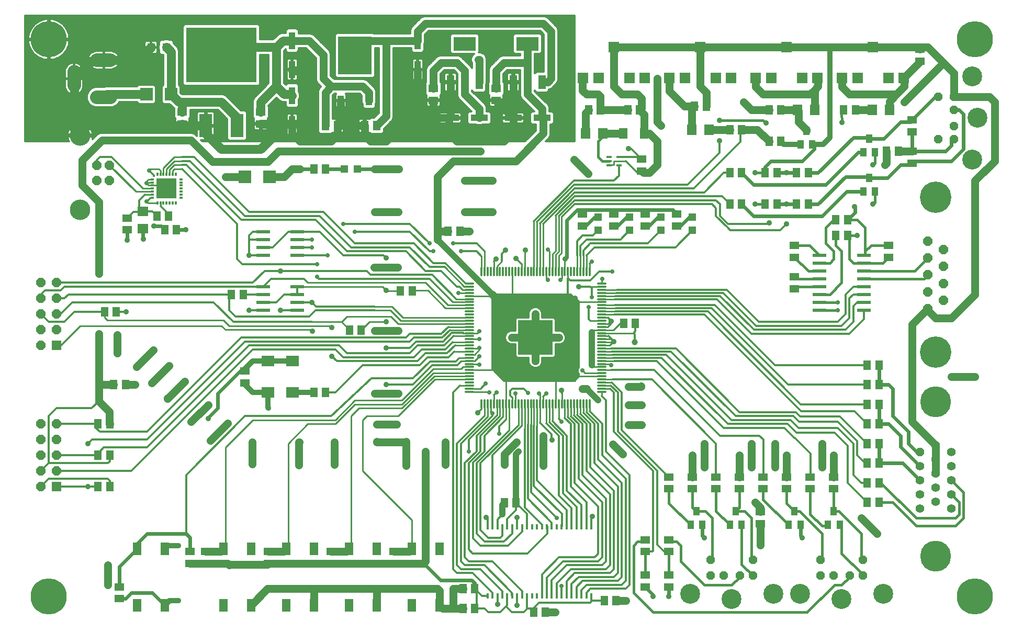
<source format=gtl>
G75*
%MOIN*%
%OFA0B0*%
%FSLAX24Y24*%
%IPPOS*%
%LPD*%
%AMOC8*
5,1,8,0,0,1.08239X$1,22.5*
%
%ADD10R,0.0650X0.0650*%
%ADD11R,0.0157X0.0354*%
%ADD12OC8,0.0574*%
%ADD13C,0.1306*%
%ADD14C,0.0860*%
%ADD15OC8,0.0554*%
%ADD16C,0.1266*%
%ADD17C,0.0554*%
%ADD18C,0.1969*%
%ADD19OC8,0.0600*%
%ADD20C,0.2000*%
%ADD21C,0.0118*%
%ADD22R,0.2185X0.2185*%
%ADD23R,0.0236X0.0118*%
%ADD24R,0.0118X0.0236*%
%ADD25R,0.1299X0.1299*%
%ADD26R,0.0171X0.0171*%
%ADD27R,0.0820X0.1500*%
%ADD28R,0.4500X0.3500*%
%ADD29R,0.0515X0.0515*%
%ADD30R,0.0394X0.1102*%
%ADD31R,0.0787X0.0787*%
%ADD32R,0.2126X0.2441*%
%ADD33R,0.0394X0.0630*%
%ADD34R,0.0591X0.0512*%
%ADD35R,0.0512X0.0591*%
%ADD36R,0.0480X0.0880*%
%ADD37R,0.1417X0.0866*%
%ADD38R,0.1102X0.0394*%
%ADD39R,0.0709X0.0630*%
%ADD40R,0.0394X0.0551*%
%ADD41R,0.0354X0.0157*%
%ADD42R,0.0551X0.0709*%
%ADD43R,0.0630X0.0709*%
%ADD44R,0.0866X0.0236*%
%ADD45R,0.0787X0.0701*%
%ADD46R,0.0600X0.0600*%
%ADD47R,0.0551X0.0827*%
%ADD48C,0.2300*%
%ADD49R,0.0472X0.0472*%
%ADD50C,0.0560*%
%ADD51C,0.0500*%
%ADD52C,0.0396*%
%ADD53C,0.0240*%
%ADD54C,0.0357*%
%ADD55C,0.0160*%
%ADD56C,0.0120*%
%ADD57C,0.0100*%
%ADD58C,0.0278*%
%ADD59C,0.0320*%
%ADD60C,0.0400*%
D10*
X036178Y035531D03*
X037162Y035531D03*
X039130Y035531D03*
X040115Y035531D03*
X041678Y035531D03*
X042662Y035531D03*
X044630Y035531D03*
X045615Y035531D03*
X047178Y035531D03*
X048162Y035531D03*
X050130Y035531D03*
X051115Y035531D03*
X052678Y035531D03*
X053662Y035531D03*
X055630Y035531D03*
X056615Y035531D03*
X054646Y037500D03*
X049146Y037500D03*
X043646Y037500D03*
X038146Y037500D03*
D11*
X036703Y006955D03*
X036388Y006955D03*
X036073Y006955D03*
X035758Y006955D03*
X035443Y006955D03*
X035128Y006955D03*
X034813Y006955D03*
X034498Y006955D03*
X034183Y006955D03*
X033869Y006955D03*
X033554Y006955D03*
X033239Y006955D03*
X032924Y006955D03*
X032609Y006955D03*
X032294Y006955D03*
X031979Y006955D03*
X031664Y006955D03*
X031349Y006955D03*
X031034Y006955D03*
X030719Y006955D03*
X030404Y006955D03*
X030089Y006955D03*
X030089Y002545D03*
X030404Y002545D03*
X030719Y002545D03*
X031034Y002545D03*
X031349Y002545D03*
X031664Y002545D03*
X031979Y002545D03*
X032294Y002545D03*
X032609Y002545D03*
X032924Y002545D03*
X033239Y002545D03*
X033554Y002545D03*
X033869Y002545D03*
X034183Y002545D03*
X034498Y002545D03*
X034813Y002545D03*
X035128Y002545D03*
X035443Y002545D03*
X035758Y002545D03*
X036073Y002545D03*
X036388Y002545D03*
X036703Y002545D03*
D12*
X006000Y029008D03*
X005213Y029008D03*
X005213Y029992D03*
X006000Y029992D03*
D13*
X004146Y031870D03*
X004146Y027130D03*
D14*
X005216Y034319D02*
X006076Y034319D01*
X003756Y035070D02*
X003756Y035930D01*
X005216Y036681D02*
X006076Y036681D01*
D15*
X057646Y011704D03*
X053985Y004831D03*
X053985Y003846D03*
X053158Y003846D03*
X052134Y003846D03*
X051307Y003846D03*
X051307Y004831D03*
X046985Y004831D03*
X046985Y003846D03*
X046158Y003846D03*
X045134Y003846D03*
X044307Y003846D03*
X044307Y004831D03*
X058815Y031661D03*
X059800Y031661D03*
X059800Y032488D03*
X059800Y033512D03*
X059800Y034339D03*
X058815Y034339D03*
D16*
X060981Y035657D03*
X061296Y033000D03*
X060981Y030343D03*
X055304Y002665D03*
X052646Y002350D03*
X049989Y002665D03*
X048304Y002665D03*
X045646Y002350D03*
X042989Y002665D03*
D17*
X057646Y008104D03*
X057646Y009004D03*
X057646Y009904D03*
X058646Y009454D03*
X059646Y009004D03*
X058646Y008554D03*
X059646Y008104D03*
X059646Y009904D03*
X058646Y010354D03*
X057646Y010804D03*
X058646Y011254D03*
X059646Y010804D03*
X059646Y011704D03*
X058646Y012154D03*
D18*
X058646Y014921D03*
X058646Y005079D03*
D19*
X058146Y020840D03*
X059146Y021380D03*
X058146Y021920D03*
X059146Y022460D03*
X058146Y023000D03*
X059146Y023540D03*
X058146Y024080D03*
X059146Y024620D03*
X058146Y025160D03*
X002646Y022500D03*
X001646Y022500D03*
X001646Y021500D03*
X001646Y020500D03*
X002646Y020500D03*
X002646Y021500D03*
X002646Y019500D03*
X001646Y019500D03*
X001646Y018500D03*
X001646Y013500D03*
X001646Y012500D03*
X002646Y012500D03*
X002646Y013500D03*
X002646Y011500D03*
X001646Y011500D03*
X001646Y010500D03*
X002646Y010500D03*
X001646Y009500D03*
D20*
X058646Y018070D03*
X058646Y027930D03*
D21*
X037595Y022445D02*
X037123Y022445D01*
X037123Y022248D02*
X037595Y022248D01*
X037595Y022051D02*
X037123Y022051D01*
X037123Y021854D02*
X037595Y021854D01*
X037595Y021657D02*
X037123Y021657D01*
X037123Y021461D02*
X037595Y021461D01*
X037595Y021264D02*
X037123Y021264D01*
X037123Y021067D02*
X037595Y021067D01*
X037595Y020870D02*
X037123Y020870D01*
X037123Y020673D02*
X037595Y020673D01*
X037595Y020476D02*
X037123Y020476D01*
X037123Y020280D02*
X037595Y020280D01*
X037595Y020083D02*
X037123Y020083D01*
X037123Y019886D02*
X037595Y019886D01*
X037595Y019689D02*
X037123Y019689D01*
X037123Y019492D02*
X037595Y019492D01*
X037595Y019295D02*
X037123Y019295D01*
X037123Y019098D02*
X037595Y019098D01*
X037595Y018902D02*
X037123Y018902D01*
X037123Y018705D02*
X037595Y018705D01*
X037595Y018508D02*
X037123Y018508D01*
X037123Y018311D02*
X037595Y018311D01*
X037595Y018114D02*
X037123Y018114D01*
X037123Y017917D02*
X037595Y017917D01*
X037595Y017720D02*
X037123Y017720D01*
X037123Y017524D02*
X037595Y017524D01*
X037595Y017327D02*
X037123Y017327D01*
X037123Y017130D02*
X037595Y017130D01*
X037595Y016933D02*
X037123Y016933D01*
X037123Y016736D02*
X037595Y016736D01*
X037595Y016539D02*
X037123Y016539D01*
X037123Y016343D02*
X037595Y016343D01*
X037595Y016146D02*
X037123Y016146D01*
X037123Y015949D02*
X037595Y015949D01*
X037595Y015752D02*
X037123Y015752D01*
X037123Y015555D02*
X037595Y015555D01*
X036591Y015023D02*
X036591Y014551D01*
X036394Y014551D02*
X036394Y015023D01*
X036197Y015023D02*
X036197Y014551D01*
X036000Y014551D02*
X036000Y015023D01*
X035804Y015023D02*
X035804Y014551D01*
X035607Y014551D02*
X035607Y015023D01*
X035410Y015023D02*
X035410Y014551D01*
X035213Y014551D02*
X035213Y015023D01*
X035016Y015023D02*
X035016Y014551D01*
X034819Y014551D02*
X034819Y015023D01*
X034622Y015023D02*
X034622Y014551D01*
X034426Y014551D02*
X034426Y015023D01*
X034229Y015023D02*
X034229Y014551D01*
X034032Y014551D02*
X034032Y015023D01*
X033835Y015023D02*
X033835Y014551D01*
X033638Y014551D02*
X033638Y015023D01*
X033441Y015023D02*
X033441Y014551D01*
X033244Y014551D02*
X033244Y015023D01*
X033048Y015023D02*
X033048Y014551D01*
X032851Y014551D02*
X032851Y015023D01*
X032654Y015023D02*
X032654Y014551D01*
X032457Y014551D02*
X032457Y015023D01*
X032260Y015023D02*
X032260Y014551D01*
X032063Y014551D02*
X032063Y015023D01*
X031867Y015023D02*
X031867Y014551D01*
X031670Y014551D02*
X031670Y015023D01*
X031473Y015023D02*
X031473Y014551D01*
X031276Y014551D02*
X031276Y015023D01*
X031079Y015023D02*
X031079Y014551D01*
X030882Y014551D02*
X030882Y015023D01*
X030685Y015023D02*
X030685Y014551D01*
X030489Y014551D02*
X030489Y015023D01*
X030292Y015023D02*
X030292Y014551D01*
X030095Y014551D02*
X030095Y015023D01*
X029898Y015023D02*
X029898Y014551D01*
X029701Y014551D02*
X029701Y015023D01*
X029169Y015555D02*
X028697Y015555D01*
X028697Y015752D02*
X029169Y015752D01*
X029169Y015949D02*
X028697Y015949D01*
X028697Y016146D02*
X029169Y016146D01*
X029169Y016343D02*
X028697Y016343D01*
X028697Y016539D02*
X029169Y016539D01*
X029169Y016736D02*
X028697Y016736D01*
X028697Y016933D02*
X029169Y016933D01*
X029169Y017130D02*
X028697Y017130D01*
X028697Y017327D02*
X029169Y017327D01*
X029169Y017524D02*
X028697Y017524D01*
X028697Y017720D02*
X029169Y017720D01*
X029169Y017917D02*
X028697Y017917D01*
X028697Y018114D02*
X029169Y018114D01*
X029169Y018311D02*
X028697Y018311D01*
X028697Y018508D02*
X029169Y018508D01*
X029169Y018705D02*
X028697Y018705D01*
X028697Y018902D02*
X029169Y018902D01*
X029169Y019098D02*
X028697Y019098D01*
X028697Y019295D02*
X029169Y019295D01*
X029169Y019492D02*
X028697Y019492D01*
X028697Y019689D02*
X029169Y019689D01*
X029169Y019886D02*
X028697Y019886D01*
X028697Y020083D02*
X029169Y020083D01*
X029169Y020280D02*
X028697Y020280D01*
X028697Y020476D02*
X029169Y020476D01*
X029169Y020673D02*
X028697Y020673D01*
X028697Y020870D02*
X029169Y020870D01*
X029169Y021067D02*
X028697Y021067D01*
X028697Y021264D02*
X029169Y021264D01*
X029169Y021461D02*
X028697Y021461D01*
X028697Y021657D02*
X029169Y021657D01*
X029169Y021854D02*
X028697Y021854D01*
X028697Y022051D02*
X029169Y022051D01*
X029169Y022248D02*
X028697Y022248D01*
X028697Y022445D02*
X029169Y022445D01*
X029701Y022977D02*
X029701Y023449D01*
X029898Y023449D02*
X029898Y022977D01*
X030095Y022977D02*
X030095Y023449D01*
X030292Y023449D02*
X030292Y022977D01*
X030489Y022977D02*
X030489Y023449D01*
X030685Y023449D02*
X030685Y022977D01*
X030882Y022977D02*
X030882Y023449D01*
X031079Y023449D02*
X031079Y022977D01*
X031276Y022977D02*
X031276Y023449D01*
X031473Y023449D02*
X031473Y022977D01*
X031670Y022977D02*
X031670Y023449D01*
X031867Y023449D02*
X031867Y022977D01*
X032063Y022977D02*
X032063Y023449D01*
X032260Y023449D02*
X032260Y022977D01*
X032457Y022977D02*
X032457Y023449D01*
X032654Y023449D02*
X032654Y022977D01*
X032851Y022977D02*
X032851Y023449D01*
X033048Y023449D02*
X033048Y022977D01*
X033244Y022977D02*
X033244Y023449D01*
X033441Y023449D02*
X033441Y022977D01*
X033638Y022977D02*
X033638Y023449D01*
X033835Y023449D02*
X033835Y022977D01*
X034032Y022977D02*
X034032Y023449D01*
X034229Y023449D02*
X034229Y022977D01*
X034426Y022977D02*
X034426Y023449D01*
X034622Y023449D02*
X034622Y022977D01*
X034819Y022977D02*
X034819Y023449D01*
X035016Y023449D02*
X035016Y022977D01*
X035213Y022977D02*
X035213Y023449D01*
X035410Y023449D02*
X035410Y022977D01*
X035607Y022977D02*
X035607Y023449D01*
X035804Y023449D02*
X035804Y022977D01*
X036000Y022977D02*
X036000Y023449D01*
X036197Y023449D02*
X036197Y022977D01*
X036394Y022977D02*
X036394Y023449D01*
X036591Y023449D02*
X036591Y022977D01*
D22*
X033146Y019000D03*
D23*
X010552Y027909D03*
X010552Y028106D03*
X010552Y028303D03*
X010552Y028500D03*
X010552Y028697D03*
X010552Y028894D03*
X010552Y029091D03*
X008741Y029091D03*
X008741Y028894D03*
X008741Y028697D03*
X008741Y028500D03*
X008741Y028303D03*
X008741Y028106D03*
X008741Y027909D03*
D24*
X009056Y027594D03*
X009252Y027594D03*
X009449Y027594D03*
X009646Y027594D03*
X009843Y027594D03*
X010040Y027594D03*
X010237Y027594D03*
X010237Y029406D03*
X010040Y029406D03*
X009843Y029406D03*
X009646Y029406D03*
X009449Y029406D03*
X009252Y029406D03*
X009056Y029406D03*
D25*
X009646Y028500D03*
D26*
X008818Y029328D03*
D27*
X012146Y032500D03*
X014146Y032500D03*
D28*
X013146Y037000D03*
D29*
X009638Y037500D03*
X008654Y037500D03*
D30*
X017646Y037925D03*
X017646Y036075D03*
X017646Y034425D03*
X017646Y032575D03*
X025646Y036075D03*
X025646Y037925D03*
D31*
X016209Y029250D03*
X014634Y029250D03*
X009933Y034500D03*
X008359Y034500D03*
D32*
X021646Y036984D03*
D33*
X020748Y034110D03*
X022544Y034110D03*
D34*
X026646Y034126D03*
X026646Y034874D03*
X030646Y034874D03*
X030646Y034126D03*
X039896Y030374D03*
X039896Y029626D03*
X040146Y026874D03*
X040146Y026126D03*
X038146Y026126D03*
X038146Y026874D03*
X036146Y026874D03*
X036146Y026126D03*
X042146Y026126D03*
X042146Y026874D03*
X049646Y024874D03*
X049646Y024126D03*
X049646Y022874D03*
X049646Y022126D03*
X055646Y024126D03*
X055646Y024874D03*
X057146Y030126D03*
X057146Y030874D03*
X057146Y032126D03*
X057146Y032874D03*
X057646Y036626D03*
X057646Y037374D03*
X015646Y033374D03*
X015646Y032626D03*
X010646Y032626D03*
X010646Y033374D03*
X007146Y026624D03*
X007146Y025876D03*
X014646Y016874D03*
X014646Y016126D03*
X016146Y005374D03*
X016146Y004626D03*
X012146Y004626D03*
X012146Y005374D03*
X011146Y005374D03*
X011146Y004626D03*
X006646Y003124D03*
X006646Y002376D03*
X020146Y004626D03*
X020146Y005374D03*
X024146Y005374D03*
X024146Y004626D03*
X040146Y005376D03*
X040146Y006124D03*
X041646Y006124D03*
X041646Y005376D03*
X041646Y003874D03*
X041646Y003126D03*
X040146Y003126D03*
X040146Y003874D03*
X047463Y007161D03*
X047463Y007909D03*
X047646Y009376D03*
X047646Y010124D03*
X046146Y010124D03*
X046146Y009376D03*
X044646Y009376D03*
X044646Y010124D03*
X043146Y010124D03*
X043146Y009376D03*
X041646Y009376D03*
X041646Y010124D03*
X049146Y010124D03*
X049146Y009376D03*
X050646Y009376D03*
X050646Y010124D03*
X052146Y010124D03*
X052146Y009376D03*
D35*
X054272Y009750D03*
X055020Y009750D03*
X055020Y008500D03*
X054272Y008500D03*
X054272Y011000D03*
X055020Y011000D03*
X055020Y012250D03*
X054272Y012250D03*
X054272Y013500D03*
X055020Y013500D03*
X055020Y014750D03*
X054272Y014750D03*
X054272Y016000D03*
X055020Y016000D03*
X055020Y017250D03*
X054272Y017250D03*
X053020Y025500D03*
X052272Y025500D03*
X052272Y026500D03*
X053020Y026500D03*
X050520Y027500D03*
X049772Y027500D03*
X048520Y027500D03*
X047772Y027500D03*
X046270Y027500D03*
X045522Y027500D03*
X045522Y029500D03*
X046270Y029500D03*
X047772Y029500D03*
X048520Y029500D03*
X049772Y029500D03*
X050520Y029500D03*
X048770Y031500D03*
X048022Y031500D03*
X046270Y032250D03*
X045522Y032250D03*
X048022Y033500D03*
X048770Y033500D03*
X052772Y033500D03*
X053520Y033500D03*
X055516Y030886D03*
X056264Y030886D03*
X044020Y033750D03*
X043272Y033750D03*
X039770Y033500D03*
X039022Y033500D03*
X037270Y033500D03*
X036522Y033500D03*
X028323Y025776D03*
X027575Y025776D03*
X025298Y021994D03*
X024550Y021994D03*
X022048Y019488D03*
X021300Y019488D03*
X019770Y015500D03*
X019022Y015500D03*
X014520Y021750D03*
X013772Y021750D03*
X010270Y025888D03*
X009522Y025888D03*
X009770Y026750D03*
X009022Y026750D03*
X006447Y020634D03*
X005699Y020634D03*
X006272Y016000D03*
X007020Y016000D03*
X006020Y013500D03*
X005272Y013500D03*
X005272Y011500D03*
X006020Y011500D03*
X006020Y009500D03*
X005272Y009500D03*
X028522Y003000D03*
X029270Y003000D03*
X029270Y001750D03*
X028522Y001750D03*
X033022Y001500D03*
X033770Y001500D03*
X037522Y002250D03*
X038270Y002250D03*
X031916Y008470D03*
X031168Y008470D03*
X038752Y019913D03*
X039500Y019913D03*
X019770Y029750D03*
X019022Y029750D03*
X019772Y032500D03*
X020520Y032500D03*
X022272Y032500D03*
X023020Y032500D03*
D36*
X027736Y035280D03*
X028646Y035280D03*
X029556Y035280D03*
X031736Y035280D03*
X032646Y035280D03*
X033556Y035280D03*
D37*
X032646Y037720D03*
X028646Y037720D03*
D38*
X027721Y033000D03*
X029571Y033000D03*
X031721Y033000D03*
X033571Y033000D03*
D39*
X008146Y027051D03*
X008146Y025949D03*
D40*
X043396Y007933D03*
X043022Y007067D03*
X043770Y007067D03*
X045522Y007067D03*
X046270Y007067D03*
X045896Y007933D03*
X049272Y007067D03*
X050020Y007067D03*
X049646Y007933D03*
X051772Y007067D03*
X052520Y007067D03*
X052146Y007933D03*
X054022Y028317D03*
X054770Y028317D03*
X054396Y029183D03*
X054022Y030817D03*
X054770Y030817D03*
X054396Y031683D03*
X050770Y031317D03*
X050022Y031317D03*
X050396Y032183D03*
D41*
X038461Y030506D03*
X038461Y029994D03*
X037831Y029994D03*
X037831Y030250D03*
X037831Y030506D03*
D42*
X038727Y032000D03*
X040065Y032000D03*
D43*
X037447Y032000D03*
X036345Y032000D03*
X043095Y032250D03*
X044197Y032250D03*
X049845Y033500D03*
X050947Y033500D03*
X054595Y033500D03*
X055697Y033500D03*
D44*
X054063Y024250D03*
X054063Y023750D03*
X054063Y023250D03*
X054063Y022750D03*
X054063Y022250D03*
X054063Y021750D03*
X054063Y021250D03*
X054063Y020750D03*
X051229Y020750D03*
X051229Y021250D03*
X051229Y021750D03*
X051229Y022250D03*
X051229Y022750D03*
X051229Y023250D03*
X051229Y023750D03*
X051229Y024250D03*
X017979Y024250D03*
X017979Y024750D03*
X017979Y025250D03*
X017979Y025750D03*
X015813Y025750D03*
X015813Y025250D03*
X015813Y024750D03*
X015813Y024250D03*
X015813Y022250D03*
X015813Y021750D03*
X015813Y021250D03*
X015813Y020750D03*
X017979Y020750D03*
X017979Y021250D03*
X017979Y021750D03*
X017979Y022250D03*
D45*
X017683Y017500D03*
X016109Y017500D03*
X016109Y015500D03*
X017683Y015500D03*
D46*
X002646Y018500D03*
X002646Y009500D03*
D47*
X007760Y005541D03*
X009532Y005541D03*
X013260Y005541D03*
X015032Y005541D03*
X017260Y005541D03*
X019032Y005541D03*
X021260Y005541D03*
X023032Y005541D03*
X025260Y005541D03*
X027032Y005541D03*
X027032Y001959D03*
X025260Y001959D03*
X023032Y001959D03*
X021260Y001959D03*
X019032Y001959D03*
X017260Y001959D03*
X015032Y001959D03*
X013260Y001959D03*
X009532Y001959D03*
X007760Y001959D03*
D48*
X002146Y002500D03*
X002146Y038000D03*
X061146Y038000D03*
X061146Y002500D03*
D49*
X043146Y025837D03*
X043146Y026663D03*
X041146Y026663D03*
X041146Y025837D03*
X039146Y025837D03*
X039146Y026663D03*
X037146Y026663D03*
X037146Y025837D03*
X021809Y029750D03*
X020983Y029750D03*
D50*
X016646Y032000D02*
X016646Y032626D01*
X017595Y032626D01*
X018272Y032626D01*
X018646Y033000D01*
X018646Y035500D01*
X018146Y036000D01*
X017721Y036000D01*
X017646Y036075D01*
X016646Y035000D02*
X015646Y034000D01*
X015646Y033374D01*
X015646Y032626D02*
X016646Y032626D01*
X016646Y032000D02*
X015646Y031000D01*
X013146Y031000D01*
X012146Y032000D01*
X012146Y032500D01*
X010646Y032500D01*
X010646Y032626D01*
X010646Y032500D02*
X003756Y032500D01*
X003756Y032260D01*
X004146Y031870D01*
X003756Y032500D02*
X003756Y035500D01*
X004937Y036681D01*
X005646Y036681D01*
X007835Y036681D01*
X008654Y037500D01*
X009638Y037500D02*
X009933Y037205D01*
X009933Y034500D01*
X010433Y034000D01*
X010646Y034000D01*
X010646Y033374D01*
X010646Y034000D02*
X013146Y034000D01*
X014146Y033000D01*
X014146Y032500D01*
X017595Y032626D02*
X017646Y032575D01*
X017646Y034425D02*
X017571Y034500D01*
X017146Y034500D01*
X016646Y035000D01*
X016646Y037500D01*
X013646Y037500D01*
X013146Y037000D01*
X012571Y037925D01*
X016646Y037500D02*
X017071Y037925D01*
X017646Y037925D01*
X008359Y034500D02*
X005827Y034500D01*
X005646Y034319D01*
D51*
X005540Y031583D02*
X004260Y030303D01*
X004260Y028728D01*
X005343Y027646D01*
X005343Y023094D01*
X005337Y019250D02*
X005337Y016000D01*
X006272Y016000D01*
X007020Y016000D02*
X007646Y016000D01*
X008703Y016116D02*
X009809Y017222D01*
X009809Y017226D01*
X008809Y018220D02*
X008809Y018219D01*
X007725Y017134D01*
X006504Y018020D02*
X006496Y018020D01*
X006504Y018020D02*
X006504Y019181D01*
X005337Y016000D02*
X005337Y014955D01*
X006012Y014280D01*
X006012Y013508D01*
X006020Y013500D01*
X009707Y015132D02*
X009713Y015126D01*
X010815Y016228D01*
X012292Y014713D02*
X011209Y013630D01*
X011207Y013632D01*
X012430Y012429D02*
X012433Y012429D01*
X012430Y012429D02*
X013532Y013531D01*
X015087Y012350D02*
X015087Y012344D01*
X015085Y012343D01*
X015087Y012344D02*
X015087Y010933D01*
X018079Y010874D02*
X018079Y012350D01*
X018085Y012344D01*
X018085Y012343D01*
X020335Y012343D02*
X020335Y012339D01*
X020343Y012331D01*
X020343Y010913D01*
X020343Y012331D02*
X020343Y012350D01*
X023020Y012370D02*
X023040Y012350D01*
X024890Y012350D01*
X024890Y012370D02*
X024890Y010860D01*
X026146Y011750D02*
X026146Y004750D01*
X026022Y004626D01*
X024146Y004626D01*
X020146Y004626D01*
X016146Y004626D01*
X016059Y004539D01*
X013685Y004539D01*
X013646Y004500D02*
X013520Y004626D01*
X012146Y004626D01*
X011146Y004626D01*
X012146Y005374D02*
X013093Y005374D01*
X013260Y005541D01*
X016146Y005374D02*
X017093Y005374D01*
X017260Y005541D01*
X020146Y005374D02*
X021093Y005374D01*
X021260Y005541D01*
X024146Y005374D02*
X025093Y005374D01*
X025260Y005541D01*
X026896Y003000D02*
X023146Y003000D01*
X023032Y002886D01*
X023032Y001959D01*
X023146Y003000D02*
X018896Y003000D01*
X019032Y002864D01*
X019032Y001959D01*
X018896Y003000D02*
X016073Y003000D01*
X015032Y001959D01*
X005896Y003250D02*
X005896Y004500D01*
X023020Y013492D02*
X024300Y013492D01*
X024396Y015461D02*
X022896Y015461D01*
X027412Y012331D02*
X027412Y010915D01*
X027410Y010913D01*
X031162Y010900D02*
X031170Y010907D01*
X031170Y011583D01*
X031918Y012331D01*
X033646Y012750D02*
X033646Y010837D01*
X038075Y012215D02*
X038077Y012213D01*
X038079Y012213D01*
X038709Y011583D01*
X039083Y013453D02*
X039882Y013453D01*
X039878Y013457D01*
X039882Y013453D02*
X039890Y013453D01*
X039910Y014713D02*
X039083Y014713D01*
X039081Y014715D01*
X039075Y014715D01*
X039083Y015894D02*
X039870Y015894D01*
X039874Y015898D01*
X039878Y015898D01*
X036396Y015750D02*
X036146Y015750D01*
X033146Y017500D02*
X033146Y019000D01*
X034646Y019000D01*
X033146Y019000D02*
X033146Y020500D01*
X033146Y019000D02*
X031646Y019000D01*
X030646Y021500D02*
X030396Y021750D01*
X026896Y025250D02*
X026896Y025750D01*
X026922Y025776D01*
X027575Y025776D01*
X026896Y025750D02*
X026896Y029250D01*
X027896Y030250D01*
X031896Y030250D01*
X033646Y032000D01*
X033646Y032925D01*
X033571Y033000D01*
X033571Y033575D01*
X032646Y034500D01*
X032646Y035280D01*
X032646Y036500D01*
X031146Y036500D01*
X030646Y036000D01*
X030646Y034874D01*
X030646Y034126D02*
X030646Y034075D01*
X031721Y033000D01*
X031736Y033015D01*
X031736Y032090D01*
X031146Y031500D01*
X028146Y031500D01*
X027646Y032000D01*
X027646Y032925D01*
X027721Y033000D01*
X027736Y033015D01*
X027736Y035280D01*
X028646Y035280D02*
X028646Y034500D01*
X028896Y034250D01*
X029396Y033750D01*
X029571Y033575D01*
X029571Y033000D01*
X027721Y033000D02*
X026646Y033000D01*
X026646Y034126D01*
X026646Y034874D02*
X026646Y036000D01*
X027146Y036500D01*
X028146Y036500D01*
X028646Y036000D01*
X028646Y035280D01*
X029556Y035280D02*
X029556Y036701D01*
X029516Y036701D01*
X031736Y035280D02*
X031736Y033015D01*
X029634Y030874D02*
X016780Y030874D01*
X016111Y030205D01*
X012567Y030205D01*
X011189Y031583D01*
X005540Y031583D01*
X013394Y029260D02*
X013886Y029260D01*
X013896Y029250D01*
X014634Y029250D01*
X016209Y029250D02*
X017146Y029250D01*
X017646Y029750D01*
X018146Y029750D01*
X018146Y031500D02*
X017646Y032000D01*
X017646Y032575D01*
X018146Y031500D02*
X020146Y031500D01*
X020520Y031874D01*
X020520Y032500D01*
X020748Y032728D01*
X020748Y034110D01*
X020146Y035000D02*
X019772Y034626D01*
X019772Y032500D01*
X020520Y032500D02*
X022272Y032500D01*
X022272Y031874D01*
X022646Y031500D01*
X023646Y031500D01*
X025646Y033500D01*
X026146Y033000D01*
X026646Y033000D01*
X025646Y033500D02*
X025646Y036075D01*
X025646Y037925D02*
X023646Y037925D01*
X023646Y034750D01*
X023646Y034250D01*
X023646Y033750D01*
X023646Y033126D01*
X023020Y032500D01*
X022544Y034110D02*
X022544Y034602D01*
X022146Y035000D01*
X020146Y035000D01*
X019646Y035500D01*
X019646Y037000D01*
X019146Y037500D01*
X018721Y037925D01*
X017646Y037925D01*
X021646Y036984D02*
X022587Y037925D01*
X023646Y037925D01*
X025646Y037925D02*
X025646Y038500D01*
X026146Y039000D01*
X033646Y039000D01*
X034146Y038500D01*
X034146Y036000D01*
X034146Y035500D01*
X033926Y035280D01*
X033556Y035280D01*
X034896Y036000D02*
X034896Y034000D01*
X034896Y033500D01*
X036345Y033323D02*
X036522Y033500D01*
X036345Y033323D02*
X036345Y032000D01*
X037447Y032000D02*
X038727Y032000D01*
X040065Y032000D02*
X040396Y032000D01*
X040896Y031500D01*
X040896Y030750D01*
X040896Y030000D01*
X040396Y029500D01*
X040022Y029500D01*
X039896Y029626D01*
X036504Y029457D02*
X036485Y029457D01*
X035613Y030329D01*
X040065Y032000D02*
X040065Y033205D01*
X039770Y033500D01*
X039896Y033626D01*
X039896Y034250D01*
X039646Y034500D01*
X038646Y034500D01*
X038146Y035000D01*
X038146Y035250D01*
X038146Y035750D01*
X038146Y037500D01*
X043646Y037500D01*
X049146Y037500D01*
X051896Y037500D01*
X054646Y037500D01*
X057520Y037500D01*
X057646Y037374D01*
X057520Y037500D02*
X058146Y037500D01*
X059146Y036500D01*
X057146Y034500D01*
X056646Y034000D01*
X056146Y034500D02*
X055697Y034051D01*
X055697Y033500D01*
X054595Y033500D02*
X053520Y033500D01*
X053146Y034500D02*
X056146Y034500D01*
X056646Y035000D01*
X056646Y035500D01*
X056615Y035531D01*
X057646Y036563D01*
X057646Y036626D01*
X059146Y036500D02*
X059800Y035846D01*
X059800Y034339D01*
X062057Y034339D01*
X062396Y034000D01*
X062396Y030250D01*
X061146Y029000D01*
X061146Y021750D01*
X059646Y020250D01*
X058646Y020250D01*
X058146Y020750D01*
X058146Y020840D01*
X057146Y019840D01*
X057146Y013654D01*
X058646Y012154D01*
X058646Y011254D01*
X058646Y010354D01*
X054896Y006500D02*
X053896Y007500D01*
X052146Y010124D02*
X052146Y011500D01*
X051396Y010750D02*
X051396Y012250D01*
X049146Y011500D02*
X049146Y010124D01*
X048396Y010750D02*
X048396Y012250D01*
X046896Y012250D02*
X046896Y010750D01*
X046146Y010124D02*
X046146Y011500D01*
X043896Y010750D02*
X043896Y012250D01*
X043146Y011500D02*
X043146Y010124D01*
X047146Y008500D02*
X047463Y008183D01*
X047463Y007909D01*
X047463Y007161D02*
X047469Y007156D01*
X047469Y005795D01*
X038896Y002250D02*
X038270Y002250D01*
X034396Y001500D02*
X033770Y001500D01*
X028522Y001750D02*
X027896Y001750D01*
X027241Y001750D01*
X027032Y001959D01*
X027032Y002864D01*
X026896Y003000D01*
X027896Y003000D02*
X027896Y001750D01*
X027896Y003000D02*
X028522Y003000D01*
X024398Y019457D02*
X022902Y019457D01*
X022876Y023494D02*
X024376Y023494D01*
X028323Y025776D02*
X028945Y025776D01*
X028646Y027000D02*
X030396Y027000D01*
X030396Y029000D02*
X028646Y029000D01*
X024418Y029752D02*
X022902Y029752D01*
X022900Y029750D01*
X022896Y029750D01*
X022902Y027016D02*
X024378Y027016D01*
X024398Y026996D01*
X036146Y034750D02*
X036146Y035500D01*
X036178Y035531D01*
X036146Y034750D02*
X036396Y034500D01*
X037146Y034500D01*
X037270Y034376D01*
X037270Y033500D01*
X039022Y033500D01*
X040896Y032750D02*
X040896Y034500D01*
X040896Y035000D01*
X040896Y035500D01*
X041678Y035531D02*
X041678Y034719D01*
X042646Y033750D01*
X043272Y033750D01*
X043095Y033573D01*
X043095Y032250D01*
X044197Y032250D02*
X045522Y032250D01*
X046270Y032250D02*
X047272Y032250D01*
X048022Y031500D01*
X049896Y032750D02*
X049896Y033449D01*
X049845Y033500D01*
X048770Y033500D01*
X048022Y033500D02*
X046896Y033500D01*
X046896Y033502D01*
X046890Y033508D01*
X046896Y033500D02*
X046396Y034000D01*
X047178Y034969D02*
X047646Y034500D01*
X050646Y034500D01*
X050896Y034750D01*
X050947Y034699D01*
X050947Y033500D01*
X049896Y032750D02*
X050396Y032250D01*
X050396Y032183D01*
X050896Y034750D02*
X051146Y035000D01*
X051146Y035500D01*
X051115Y035531D01*
X052678Y035531D02*
X052678Y034969D01*
X053146Y034500D01*
X055516Y030886D02*
X055516Y030120D01*
X055396Y030000D01*
X056264Y030886D02*
X057134Y030886D01*
X057146Y030874D01*
X047178Y034969D02*
X047178Y035531D01*
X044020Y034626D02*
X044020Y033750D01*
X044020Y034626D02*
X043646Y035000D01*
X043646Y035250D01*
X043646Y035750D01*
X043646Y037500D01*
X040896Y032750D02*
X041146Y032500D01*
X034896Y036000D02*
X034896Y037250D01*
X034896Y037750D01*
X032646Y037720D02*
X032646Y036500D01*
X059646Y016500D02*
X061146Y016500D01*
D52*
X039477Y018728D03*
X029556Y036130D03*
X029516Y036701D03*
X019646Y037000D03*
X019146Y037500D03*
D53*
X019022Y029750D02*
X018146Y029750D01*
X019770Y029750D02*
X020983Y029750D01*
X021809Y029750D02*
X022896Y029750D01*
X024396Y027000D02*
X024396Y026998D01*
X024398Y026996D01*
X035146Y026484D02*
X035146Y024122D01*
X035028Y024004D01*
X036146Y026126D02*
X036343Y026126D01*
X036878Y026661D01*
X037144Y026661D01*
X037146Y026663D01*
X038146Y026874D02*
X038146Y027134D01*
X040146Y027134D01*
X040146Y026874D01*
X040146Y027134D02*
X041886Y027134D01*
X042146Y026874D01*
X042367Y026126D02*
X042902Y026661D01*
X043144Y026661D01*
X043146Y026663D01*
X042367Y026126D02*
X042146Y026126D01*
X041144Y026661D02*
X041146Y026663D01*
X041144Y026661D02*
X040894Y026661D01*
X040359Y026126D01*
X040146Y026126D01*
X039144Y026661D02*
X039146Y026663D01*
X039144Y026661D02*
X038906Y026661D01*
X038370Y026126D01*
X038146Y026126D01*
X038146Y027134D02*
X036146Y027134D01*
X036146Y026874D01*
X036146Y027134D02*
X035796Y027134D01*
X035146Y026484D01*
X039083Y031051D02*
X039146Y031051D01*
X046270Y029500D02*
X047020Y028750D01*
X051646Y028750D01*
X053713Y030817D01*
X054022Y030817D01*
X054396Y031683D02*
X054329Y031750D01*
X053396Y031750D01*
X051146Y029500D01*
X050520Y029500D01*
X049772Y029500D02*
X049146Y029500D01*
X048520Y029500D01*
X047772Y029500D02*
X047772Y029876D01*
X048146Y030250D01*
X050146Y030250D01*
X050896Y031000D01*
X050896Y031191D01*
X052896Y029250D02*
X054329Y029250D01*
X054396Y029183D01*
X055579Y029183D01*
X056396Y030000D01*
X057020Y030000D01*
X057146Y030126D01*
X057270Y030250D01*
X059646Y030250D01*
X060396Y031000D01*
X060396Y033250D01*
X060134Y033512D01*
X059800Y033512D01*
X058815Y034339D02*
X058611Y034339D01*
X057146Y032874D01*
X057022Y032750D01*
X056396Y032750D01*
X055329Y031683D01*
X054396Y031683D01*
X057146Y032126D02*
X057146Y030874D01*
X059270Y030874D01*
X059646Y031250D01*
X059646Y031508D01*
X059800Y031661D01*
X054022Y028317D02*
X052963Y028317D01*
X051396Y026750D01*
X047020Y026750D01*
X046270Y027500D01*
X048520Y027500D02*
X049146Y027500D01*
X049772Y027500D01*
X050520Y027500D02*
X051146Y027500D01*
X052896Y029250D01*
X053493Y027331D02*
X053493Y027250D01*
X053493Y026972D01*
X053020Y026500D01*
X055020Y017250D02*
X055020Y016000D01*
X055646Y016000D01*
X055896Y015750D01*
X055896Y014000D01*
X056896Y013000D01*
X056896Y012250D01*
X057442Y011704D01*
X057646Y011704D01*
X057646Y010804D02*
X056396Y012054D01*
X056396Y012750D01*
X055646Y013500D01*
X055020Y013500D01*
X055020Y014750D01*
X055020Y012250D02*
X055020Y011000D01*
X056550Y011000D01*
X057646Y009904D01*
X050146Y006250D02*
X050020Y006376D01*
X050020Y007067D01*
X043896Y006250D02*
X043770Y006376D01*
X043770Y007067D01*
X041646Y003126D02*
X041646Y002500D01*
X040646Y002500D02*
X040646Y002626D01*
X040146Y003126D01*
X029270Y003000D02*
X029270Y003364D01*
X029083Y003551D01*
X027095Y003551D01*
X026146Y004500D01*
X026146Y004750D01*
X011146Y005374D02*
X011146Y006250D01*
X010896Y006500D01*
X008396Y006500D01*
X007760Y005864D01*
X007760Y005541D01*
X006646Y004427D01*
X006646Y003124D01*
X007022Y002376D02*
X007396Y002750D01*
X008741Y002750D01*
X009532Y001959D01*
X007022Y002376D02*
X006646Y002376D01*
X012311Y013846D02*
X012311Y013915D01*
X012896Y014500D01*
X012896Y015435D01*
X014339Y016878D01*
X014642Y016878D01*
X014646Y016874D01*
X024398Y019457D02*
X024402Y019461D01*
X024416Y019461D01*
X010874Y025874D02*
X010861Y025888D01*
X010270Y025888D01*
X009522Y025888D02*
X009300Y026110D01*
X008827Y026110D01*
X008146Y025949D02*
X008146Y025315D01*
X008178Y025283D01*
X007146Y025236D02*
X007134Y025224D01*
X007146Y025236D02*
X007146Y025876D01*
D54*
X007134Y025224D03*
X008178Y025283D03*
X008827Y026110D03*
X010874Y025874D03*
X014896Y024250D03*
X016896Y023250D03*
X018906Y021248D03*
X016896Y020750D03*
X014896Y020750D03*
X018926Y019398D03*
X020166Y019634D03*
X022876Y019461D03*
X023646Y020000D03*
X024416Y019461D03*
X023646Y018362D03*
X023646Y015998D03*
X022896Y015461D03*
X024396Y015461D03*
X024306Y013484D03*
X023020Y013492D03*
X023040Y012390D03*
X024890Y012350D03*
X026146Y011750D03*
X027412Y012331D03*
X027412Y010900D03*
X024890Y010860D03*
X020361Y010907D03*
X020335Y012343D03*
X018085Y012343D03*
X018091Y010888D03*
X015091Y010907D03*
X015085Y012343D03*
X013526Y013533D03*
X012311Y013846D03*
X011207Y013632D03*
X012309Y014726D03*
X010809Y016226D03*
X009809Y017226D03*
X008809Y018220D03*
X007707Y017132D03*
X007646Y016000D03*
X008707Y016132D03*
X009707Y015132D03*
X012433Y012429D03*
X016146Y014500D03*
X020166Y017821D03*
X023646Y022000D03*
X024376Y023494D03*
X023630Y024093D03*
X022876Y023494D03*
X022896Y027000D03*
X024396Y027000D03*
X028646Y027000D03*
X028945Y025776D03*
X030396Y027000D03*
X030396Y029000D03*
X028646Y029000D03*
X029634Y030874D03*
X030422Y031524D03*
X031741Y032370D03*
X029396Y033750D03*
X028896Y034250D03*
X031741Y034004D03*
X034146Y035500D03*
X034146Y036000D03*
X034896Y036000D03*
X034896Y037250D03*
X034896Y037750D03*
X038146Y035750D03*
X038146Y035250D03*
X034896Y034000D03*
X034896Y033500D03*
X039083Y031051D03*
X040896Y030750D03*
X041130Y032528D03*
X040894Y032921D03*
X040896Y034500D03*
X040896Y035000D03*
X040896Y035500D03*
X043646Y035250D03*
X043646Y035750D03*
X046396Y034000D03*
X046890Y033508D03*
X047823Y032685D03*
X044870Y032862D03*
X044870Y031543D03*
X047146Y029500D03*
X049146Y029500D03*
X049146Y027500D03*
X049146Y026250D03*
X048040Y026327D03*
X047146Y027500D03*
X053473Y027350D03*
X054646Y027500D03*
X053646Y025500D03*
X054646Y030000D03*
X055396Y030000D03*
X052666Y032697D03*
X051896Y032250D03*
X051896Y031750D03*
X051896Y034500D03*
X051896Y035250D03*
X051896Y036000D03*
X056646Y034000D03*
X057146Y034500D03*
X036508Y029441D03*
X035613Y030329D03*
X028886Y031504D03*
X025087Y032961D03*
X023646Y033750D03*
X023646Y034250D03*
X023646Y034750D03*
X025638Y035185D03*
X021426Y032528D03*
X020304Y031661D03*
X019280Y031504D03*
X018099Y031740D03*
X016367Y031740D03*
X015933Y031268D03*
X015028Y031031D03*
X013896Y029250D03*
X013396Y029250D03*
X017646Y029750D03*
X018146Y029750D03*
X022896Y029750D03*
X024396Y029750D03*
X022658Y031504D03*
X031229Y024594D03*
X030646Y024000D03*
X031890Y024039D03*
X032489Y024594D03*
X035028Y024004D03*
X035896Y022250D03*
X035658Y021524D03*
X035658Y020402D03*
X036741Y019358D03*
X037979Y020059D03*
X038146Y018750D03*
X036760Y017213D03*
X035363Y016642D03*
X034516Y016642D03*
X034811Y015632D03*
X036146Y015750D03*
X037146Y015000D03*
X039075Y014715D03*
X039898Y014711D03*
X039878Y015898D03*
X039075Y015886D03*
X039075Y013465D03*
X039878Y013457D03*
X038075Y012215D03*
X038717Y011587D03*
X043146Y011500D03*
X043896Y010750D03*
X043896Y012250D03*
X046146Y011500D03*
X046896Y010750D03*
X048396Y010750D03*
X049146Y011500D03*
X048396Y012250D03*
X046896Y012250D03*
X051396Y012250D03*
X052146Y011500D03*
X051396Y010750D03*
X047146Y008500D03*
X050146Y006250D03*
X047469Y005795D03*
X043896Y006250D03*
X041646Y002500D03*
X040646Y002500D03*
X038896Y002250D03*
X034396Y001500D03*
X031977Y001951D03*
X030725Y002000D03*
X027896Y001750D03*
X027896Y003000D03*
X030008Y007547D03*
X031050Y007742D03*
X031977Y007547D03*
X036760Y007606D03*
X033646Y010837D03*
X032075Y011740D03*
X031912Y012331D03*
X031162Y010900D03*
X033646Y012750D03*
X034201Y012488D03*
X029461Y014205D03*
X031544Y016858D03*
X033146Y017500D03*
X031646Y019000D03*
X033146Y020500D03*
X034646Y019000D03*
X030737Y021465D03*
X009083Y032547D03*
X007351Y032547D03*
X005559Y032547D03*
X005343Y023094D03*
X007073Y020634D03*
X005337Y019250D03*
X006491Y019177D03*
X006496Y018020D03*
X004646Y012250D03*
X004646Y009500D03*
X010396Y005750D03*
X005896Y004500D03*
X005896Y003250D03*
X010396Y002250D03*
X053896Y007500D03*
X054896Y006500D03*
X059646Y016500D03*
X061146Y016500D03*
D55*
X052396Y020750D02*
X051229Y020750D01*
X051229Y021250D02*
X052396Y021250D01*
X051896Y021750D02*
X052646Y022500D01*
X052646Y024500D01*
X052272Y024874D01*
X052272Y025500D01*
X053020Y025500D02*
X053646Y025500D01*
X053146Y025374D02*
X053020Y025500D01*
X053146Y025374D02*
X053146Y024000D01*
X053396Y023750D01*
X054063Y023750D01*
X055270Y023750D01*
X055646Y024126D01*
X055646Y024874D02*
X054520Y024874D01*
X054146Y024500D01*
X054146Y024333D01*
X054063Y024250D01*
X054146Y024500D02*
X054146Y026000D01*
X053646Y026500D01*
X053020Y026500D01*
X052272Y026500D02*
X052146Y026500D01*
X051646Y026000D01*
X051646Y025000D01*
X052146Y024500D01*
X052146Y024000D01*
X051896Y023750D01*
X051229Y023750D01*
X051229Y023250D02*
X050522Y023250D01*
X049646Y024126D01*
X049646Y024874D02*
X050605Y024874D01*
X051229Y024250D01*
X049770Y022750D02*
X049646Y022874D01*
X049770Y022750D02*
X051229Y022750D01*
X051229Y022250D02*
X049770Y022250D01*
X049646Y022126D01*
X051229Y021750D02*
X051896Y021750D01*
X054063Y022750D02*
X057896Y022750D01*
X058146Y023000D01*
X057316Y023250D02*
X058146Y024080D01*
X057316Y023250D02*
X054063Y023250D01*
X054646Y027500D02*
X054770Y027624D01*
X054770Y028317D01*
X054646Y030000D02*
X054770Y030124D01*
X054770Y030817D01*
X052666Y032697D02*
X052646Y033374D01*
X052772Y033500D01*
X047823Y032685D02*
X047646Y032862D01*
X044870Y032862D01*
X047146Y029500D02*
X047772Y029500D01*
X047772Y027500D02*
X047146Y027500D01*
X037831Y030250D02*
X037396Y030250D01*
X037146Y030500D01*
X037146Y031500D01*
X037447Y031801D01*
X037447Y032000D01*
X055020Y009750D02*
X055146Y009750D01*
X057396Y007500D01*
X059896Y007500D01*
X060146Y007750D01*
X060146Y008500D01*
X059646Y009000D01*
X059646Y009004D01*
X060396Y009154D02*
X059646Y009904D01*
X060396Y009154D02*
X060396Y007500D01*
X059896Y007000D01*
X057396Y007000D01*
X055896Y008500D01*
X055020Y008500D01*
X053896Y006500D02*
X052463Y007933D01*
X052146Y007933D01*
X052146Y009376D01*
X050646Y009376D02*
X050646Y007750D01*
X051396Y007000D01*
X051705Y007000D01*
X051772Y007067D01*
X051396Y006500D02*
X051396Y004919D01*
X051307Y004831D01*
X052646Y005250D02*
X052646Y006941D01*
X052520Y007067D01*
X051396Y006500D02*
X049963Y007933D01*
X049646Y007933D01*
X049146Y008433D01*
X049146Y009376D01*
X047646Y009376D02*
X047646Y008693D01*
X049272Y007067D01*
X046896Y007500D02*
X046896Y004919D01*
X046985Y004831D01*
X046270Y004561D02*
X046985Y003846D01*
X046158Y003846D02*
X046158Y003762D01*
X045646Y003250D01*
X043896Y003250D01*
X042396Y004750D01*
X042396Y005750D01*
X042146Y006000D01*
X041770Y006000D01*
X041646Y006124D01*
X041646Y005376D02*
X041646Y003874D01*
X040146Y003874D02*
X040146Y005376D01*
X039646Y006000D02*
X039396Y005750D01*
X039396Y002750D01*
X040646Y001500D01*
X050449Y001500D01*
X052199Y003250D01*
X052646Y003250D01*
X053158Y003762D01*
X053158Y003846D01*
X053985Y003846D02*
X053985Y003911D01*
X052646Y005250D01*
X053896Y004919D02*
X053985Y004831D01*
X053896Y004919D02*
X053896Y006500D01*
X046896Y007500D02*
X046463Y007933D01*
X045896Y007933D01*
X046146Y008183D01*
X046146Y009376D01*
X044646Y009376D02*
X044646Y007943D01*
X045522Y007067D01*
X046270Y007067D02*
X046270Y004561D01*
X044396Y004919D02*
X044307Y004831D01*
X044396Y004919D02*
X044396Y007500D01*
X043963Y007933D01*
X043396Y007933D01*
X043146Y008183D01*
X043146Y009376D01*
X041646Y009376D02*
X041646Y008443D01*
X043022Y007067D01*
X040146Y006124D02*
X040022Y006000D01*
X039646Y006000D01*
D56*
X040146Y005376D02*
X040613Y005376D01*
X040646Y005409D01*
X040646Y010500D01*
X038146Y013000D01*
X038146Y015500D01*
X037894Y015752D01*
X037947Y015949D02*
X038396Y015500D01*
X038396Y013000D01*
X040896Y010500D01*
X040896Y005813D01*
X041333Y005376D01*
X041646Y005376D01*
X039146Y003250D02*
X039146Y010250D01*
X037646Y011750D01*
X037646Y015000D01*
X037359Y015287D01*
X038000Y016146D02*
X038646Y015500D01*
X038646Y013124D01*
X041646Y010124D01*
X041662Y010140D01*
X038896Y010000D02*
X038896Y003500D01*
X038646Y003250D01*
X036396Y003250D01*
X036073Y002927D01*
X036073Y002545D01*
X035758Y002545D02*
X035758Y003112D01*
X036146Y003500D01*
X038396Y003500D01*
X038646Y003750D01*
X038646Y009750D01*
X037146Y011250D01*
X037146Y013500D01*
X036394Y014252D01*
X036197Y014199D02*
X036896Y013500D01*
X036896Y011000D01*
X038396Y009500D01*
X038396Y004000D01*
X038146Y003750D01*
X035896Y003750D01*
X035443Y003297D01*
X035443Y002545D01*
X035128Y002545D02*
X035128Y003482D01*
X035646Y004000D01*
X037896Y004000D01*
X038146Y004250D01*
X038146Y009250D01*
X036646Y010750D01*
X036646Y013500D01*
X036000Y014146D01*
X035804Y014093D02*
X036396Y013500D01*
X036396Y010500D01*
X037896Y009000D01*
X037896Y004500D01*
X037646Y004250D01*
X035396Y004250D01*
X034498Y003352D01*
X034498Y002545D01*
X034183Y002545D02*
X034183Y003537D01*
X035146Y004500D01*
X037396Y004500D01*
X037646Y004750D01*
X037646Y008750D01*
X036146Y010250D01*
X036146Y013500D01*
X035607Y014039D01*
X035410Y013986D02*
X035896Y013500D01*
X035896Y010000D01*
X037396Y008500D01*
X037396Y005000D01*
X037146Y004750D01*
X034896Y004750D01*
X033869Y003722D01*
X033869Y002545D01*
X033554Y002545D02*
X033554Y003907D01*
X034646Y005000D01*
X036896Y005000D01*
X037021Y005125D01*
X037146Y005250D01*
X037146Y008250D01*
X035646Y009750D01*
X035646Y013500D01*
X035213Y013933D01*
X035016Y013880D02*
X035396Y013500D01*
X035396Y009500D01*
X036396Y008500D01*
X036396Y006963D01*
X036388Y006955D01*
X036073Y006955D02*
X036071Y006957D01*
X036071Y008335D01*
X035146Y009260D01*
X035146Y012750D01*
X034229Y013667D01*
X034032Y013614D02*
X034896Y012750D01*
X034896Y009077D01*
X035756Y008217D01*
X035756Y006957D01*
X035758Y006955D01*
X036052Y006976D02*
X036073Y006955D01*
X035443Y006955D02*
X035422Y006976D01*
X035422Y008157D01*
X034646Y008933D01*
X034646Y012750D01*
X033835Y013561D01*
X033441Y013563D02*
X034162Y012843D01*
X034162Y012528D01*
X034201Y012488D01*
X033244Y013348D02*
X033244Y009902D01*
X035146Y008000D01*
X035146Y006972D01*
X035128Y006955D01*
X034831Y006972D02*
X034813Y006955D01*
X034811Y006957D01*
X034831Y006972D02*
X034831Y007764D01*
X033048Y009547D01*
X033048Y013402D01*
X032851Y013455D02*
X032851Y009154D01*
X034496Y007508D01*
X034183Y007213D02*
X034183Y006955D01*
X034183Y007213D02*
X032654Y008742D01*
X032654Y013492D01*
X032457Y013189D02*
X032457Y008189D01*
X033554Y007093D01*
X033554Y006955D01*
X033552Y006957D01*
X033552Y007094D01*
X033869Y006955D02*
X033896Y006927D01*
X033896Y006500D01*
X032646Y005250D01*
X029146Y005250D01*
X028896Y005500D01*
X028896Y011000D01*
X029646Y011750D01*
X029646Y012750D01*
X030882Y013986D01*
X030685Y014039D02*
X029396Y012750D01*
X029396Y011750D01*
X028646Y011000D01*
X028646Y005000D01*
X028896Y004750D01*
X030396Y004750D01*
X032294Y002852D01*
X032294Y002545D01*
X032609Y002545D02*
X032609Y001787D01*
X032646Y001750D01*
X032772Y001750D01*
X033022Y001500D01*
X033059Y001537D01*
X033059Y001819D01*
X033355Y002114D01*
X036622Y002114D01*
X036703Y002195D01*
X036703Y002250D01*
X037522Y002250D01*
X036703Y002250D02*
X036703Y002545D01*
X036388Y002545D02*
X036388Y002742D01*
X036646Y003000D01*
X038896Y003000D01*
X039146Y003250D01*
X034813Y003175D02*
X034813Y002545D01*
X034813Y003175D02*
X034811Y003177D01*
X032646Y001750D02*
X032396Y001500D01*
X031646Y001500D01*
X031271Y001875D01*
X030896Y001500D01*
X030146Y001500D01*
X029896Y001750D01*
X029396Y001750D01*
X029396Y002874D01*
X029270Y003000D01*
X029725Y002545D01*
X030089Y002545D01*
X030404Y002545D02*
X030404Y002742D01*
X029146Y004000D01*
X028146Y004000D01*
X027896Y004250D01*
X027896Y015500D01*
X028345Y015949D01*
X029666Y015750D02*
X029981Y016065D01*
X030662Y016735D02*
X035872Y016735D01*
X035880Y016717D02*
X035896Y016700D01*
X035896Y016500D01*
X035646Y016250D01*
X031146Y016250D01*
X030396Y017000D01*
X030396Y021750D01*
X035396Y021750D01*
X035896Y021250D01*
X035896Y017095D01*
X035880Y017078D01*
X035831Y016961D01*
X035831Y016834D01*
X035880Y016717D01*
X035896Y016616D02*
X030780Y016616D01*
X030899Y016498D02*
X035894Y016498D01*
X035775Y016379D02*
X031017Y016379D01*
X031136Y016261D02*
X035657Y016261D01*
X036150Y016898D02*
X036311Y016736D01*
X035831Y016853D02*
X030543Y016853D01*
X030425Y016972D02*
X035835Y016972D01*
X035891Y017090D02*
X033280Y017090D01*
X033232Y017070D02*
X033390Y017135D01*
X033511Y017256D01*
X033576Y017414D01*
X033576Y017727D01*
X034313Y017727D01*
X034419Y017833D01*
X034419Y018570D01*
X034732Y018570D01*
X034890Y018635D01*
X035011Y018756D01*
X035076Y018914D01*
X035076Y019086D01*
X035011Y019244D01*
X034890Y019365D01*
X034732Y019430D01*
X034419Y019430D01*
X034419Y020167D01*
X034313Y020273D01*
X033576Y020273D01*
X033576Y020586D01*
X033511Y020744D01*
X033390Y020865D01*
X033232Y020930D01*
X033061Y020930D01*
X032902Y020865D01*
X032782Y020744D01*
X032716Y020586D01*
X032716Y020273D01*
X031979Y020273D01*
X031874Y020167D01*
X031874Y019430D01*
X031561Y019430D01*
X031402Y019365D01*
X031282Y019244D01*
X031216Y019086D01*
X031216Y018914D01*
X031282Y018756D01*
X031402Y018635D01*
X031561Y018570D01*
X031874Y018570D01*
X031874Y017833D01*
X031979Y017727D01*
X032716Y017727D01*
X032716Y017414D01*
X032782Y017256D01*
X032902Y017135D01*
X033061Y017070D01*
X033232Y017070D01*
X033012Y017090D02*
X030396Y017090D01*
X030396Y017209D02*
X032829Y017209D01*
X032752Y017327D02*
X030396Y017327D01*
X030396Y017446D02*
X032716Y017446D01*
X032716Y017564D02*
X030396Y017564D01*
X030396Y017683D02*
X032716Y017683D01*
X031905Y017801D02*
X030396Y017801D01*
X030396Y017920D02*
X031874Y017920D01*
X031874Y018038D02*
X030396Y018038D01*
X030396Y018157D02*
X031874Y018157D01*
X031874Y018275D02*
X030396Y018275D01*
X030396Y018394D02*
X031874Y018394D01*
X031874Y018512D02*
X030396Y018512D01*
X030396Y018631D02*
X031414Y018631D01*
X031289Y018749D02*
X030396Y018749D01*
X030396Y018868D02*
X031236Y018868D01*
X031216Y018986D02*
X030396Y018986D01*
X030396Y019105D02*
X031224Y019105D01*
X031273Y019223D02*
X030396Y019223D01*
X030396Y019342D02*
X031379Y019342D01*
X031874Y019460D02*
X030396Y019460D01*
X030396Y019579D02*
X031874Y019579D01*
X031874Y019697D02*
X030396Y019697D01*
X030396Y019816D02*
X031874Y019816D01*
X031874Y019934D02*
X030396Y019934D01*
X030396Y020053D02*
X031874Y020053D01*
X031878Y020171D02*
X030396Y020171D01*
X030396Y020290D02*
X032716Y020290D01*
X032716Y020408D02*
X030396Y020408D01*
X030396Y020527D02*
X032716Y020527D01*
X032741Y020645D02*
X030396Y020645D01*
X030396Y020764D02*
X032801Y020764D01*
X032945Y020882D02*
X030396Y020882D01*
X030396Y021001D02*
X035896Y021001D01*
X035896Y021119D02*
X030396Y021119D01*
X030396Y021238D02*
X035896Y021238D01*
X035918Y021264D02*
X035658Y021524D01*
X035672Y021475D02*
X030396Y021475D01*
X030396Y021593D02*
X035553Y021593D01*
X035435Y021712D02*
X030396Y021712D01*
X030396Y021750D02*
X030304Y021657D01*
X030396Y021356D02*
X035790Y021356D01*
X035896Y020882D02*
X033347Y020882D01*
X033491Y020764D02*
X035896Y020764D01*
X035896Y020645D02*
X033551Y020645D01*
X033576Y020527D02*
X035896Y020527D01*
X035896Y020408D02*
X033576Y020408D01*
X033576Y020290D02*
X035896Y020290D01*
X035896Y020171D02*
X034415Y020171D01*
X034419Y020053D02*
X035896Y020053D01*
X035896Y019934D02*
X034419Y019934D01*
X034419Y019816D02*
X035896Y019816D01*
X035896Y019697D02*
X034419Y019697D01*
X034419Y019579D02*
X035896Y019579D01*
X035896Y019460D02*
X034419Y019460D01*
X034913Y019342D02*
X035896Y019342D01*
X035896Y019223D02*
X035019Y019223D01*
X035068Y019105D02*
X035896Y019105D01*
X035896Y018986D02*
X035076Y018986D01*
X035057Y018868D02*
X035896Y018868D01*
X035896Y018749D02*
X035003Y018749D01*
X034878Y018631D02*
X035896Y018631D01*
X035896Y018512D02*
X034419Y018512D01*
X034419Y018394D02*
X035896Y018394D01*
X035896Y018275D02*
X034419Y018275D01*
X034419Y018157D02*
X035896Y018157D01*
X035896Y018038D02*
X034419Y018038D01*
X034419Y017920D02*
X035896Y017920D01*
X035896Y017801D02*
X034387Y017801D01*
X033576Y017683D02*
X035896Y017683D01*
X035896Y017564D02*
X033576Y017564D01*
X033576Y017446D02*
X035896Y017446D01*
X035896Y017327D02*
X033540Y017327D01*
X033463Y017209D02*
X035896Y017209D01*
X036760Y017213D02*
X036843Y017130D01*
X037886Y017327D02*
X037981Y017232D01*
X037963Y016933D02*
X040713Y016933D01*
X044896Y012750D01*
X047416Y012750D01*
X047666Y012500D01*
X047666Y010144D01*
X047646Y010124D01*
X050646Y010124D02*
X050678Y010156D01*
X050678Y011602D01*
X049654Y012626D01*
X049634Y012626D01*
X049010Y013250D01*
X045146Y013250D01*
X040872Y017524D01*
X038170Y017524D01*
X038117Y017720D02*
X041176Y017720D01*
X045396Y013500D01*
X049213Y013500D01*
X049772Y012941D01*
X052193Y012941D01*
X053020Y012114D01*
X053020Y009752D01*
X054272Y008500D01*
X054272Y009750D02*
X053896Y009750D01*
X053396Y010250D01*
X053396Y012250D01*
X052396Y013250D01*
X049896Y013250D01*
X049396Y013750D01*
X045646Y013750D01*
X041479Y017917D01*
X038063Y017917D01*
X038010Y018114D02*
X041782Y018114D01*
X045896Y014000D01*
X049579Y014000D01*
X049930Y013650D01*
X052410Y013650D01*
X053646Y012413D01*
X053646Y011500D01*
X054146Y011000D01*
X054272Y011000D01*
X054272Y012250D02*
X052538Y013984D01*
X050008Y013984D01*
X049743Y014250D01*
X046146Y014250D01*
X042085Y018311D01*
X037957Y018311D01*
X037904Y018508D02*
X038146Y018750D01*
X037798Y019098D01*
X037994Y018902D02*
X038146Y018750D01*
X038101Y018705D01*
X038138Y019492D02*
X038559Y019913D01*
X038752Y019913D01*
X037979Y020059D02*
X037758Y020280D01*
X037979Y020059D02*
X037806Y019886D01*
X037922Y019850D02*
X037922Y020002D01*
X037979Y020059D01*
X037922Y019850D02*
X037760Y019689D01*
X038170Y020476D02*
X043910Y020476D01*
X050067Y014319D01*
X053453Y014319D01*
X054272Y013500D01*
X054272Y014750D02*
X050050Y014750D01*
X044126Y020673D01*
X038223Y020673D01*
X038276Y020870D02*
X044363Y020870D01*
X049233Y016000D01*
X054272Y016000D01*
X054272Y017250D02*
X048396Y017250D01*
X044579Y021067D01*
X038213Y021067D01*
X038185Y021461D02*
X044685Y021461D01*
X046896Y019250D01*
X053146Y019250D01*
X054063Y020167D01*
X054063Y020750D01*
X053646Y021250D02*
X053396Y021000D01*
X053396Y020000D01*
X052896Y019500D01*
X047896Y019500D01*
X047892Y019496D01*
X047075Y019496D01*
X044914Y021657D01*
X038239Y021657D01*
X038292Y021854D02*
X045111Y021854D01*
X047213Y019752D01*
X048644Y019752D01*
X048646Y019750D01*
X052646Y019750D01*
X053146Y020250D01*
X053146Y021500D01*
X053396Y021750D01*
X054063Y021750D01*
X054063Y021250D02*
X053646Y021250D01*
X052896Y021750D02*
X052896Y020500D01*
X052396Y020000D01*
X049396Y020000D01*
X049388Y020008D01*
X047370Y020008D01*
X045327Y022051D01*
X038345Y022051D01*
X037396Y022750D02*
X037359Y022713D01*
X037193Y023197D02*
X036642Y022646D01*
X035363Y022646D01*
X035213Y022795D01*
X035213Y021567D01*
X035146Y021500D01*
X035896Y022250D02*
X036646Y022250D01*
X036721Y022175D01*
X036721Y021583D01*
X036544Y020953D02*
X036544Y020185D01*
X036646Y020083D01*
X039396Y019295D02*
X039477Y019215D01*
X039477Y018728D01*
X039396Y019295D02*
X039500Y019400D01*
X039500Y019913D01*
X034744Y016539D02*
X034426Y016220D01*
X034396Y016250D01*
X034811Y015632D02*
X034819Y015453D01*
X033847Y015461D02*
X033638Y015252D01*
X033441Y015374D02*
X033355Y015461D01*
X032666Y015480D02*
X032390Y015756D01*
X031681Y015756D01*
X031524Y015598D01*
X031524Y015323D01*
X031670Y015177D01*
X031867Y015433D02*
X031859Y015441D01*
X030678Y015520D02*
X030489Y015331D01*
X030195Y015506D02*
X030146Y015555D01*
X029701Y014445D02*
X029461Y014205D01*
X029896Y014000D02*
X028146Y012250D01*
X028146Y004500D01*
X028396Y004250D01*
X029646Y004250D01*
X031034Y002862D01*
X031034Y002545D01*
X030725Y002539D02*
X030725Y002000D01*
X030725Y002539D02*
X030719Y002545D01*
X031349Y002545D02*
X031349Y001953D01*
X031271Y001875D01*
X031977Y001951D02*
X031977Y002543D01*
X031979Y002545D01*
X031664Y002545D02*
X031646Y002563D01*
X031646Y002750D01*
X029896Y004500D01*
X028646Y004500D01*
X028396Y004750D01*
X028396Y012250D01*
X030095Y013949D01*
X030396Y014000D02*
X030396Y014191D01*
X030394Y014193D01*
X030292Y014295D01*
X030396Y014000D02*
X028902Y012506D01*
X028902Y011752D01*
X029181Y011035D02*
X029896Y011750D01*
X029896Y012750D01*
X031079Y013933D01*
X031276Y013776D02*
X030845Y013344D01*
X030845Y012890D01*
X031473Y013077D02*
X029396Y011000D01*
X029396Y006500D01*
X029896Y006000D01*
X031146Y006000D01*
X031664Y006518D01*
X031664Y006955D01*
X031979Y006955D02*
X031979Y007545D01*
X031977Y007547D01*
X031896Y008000D02*
X031349Y007453D01*
X031349Y006955D01*
X031034Y006955D02*
X031034Y006388D01*
X030896Y006250D01*
X030146Y006250D01*
X029646Y006750D01*
X029646Y011000D01*
X032063Y013417D01*
X032260Y013364D02*
X030396Y011500D01*
X030396Y009012D01*
X030402Y009006D01*
X030402Y006957D01*
X030404Y006955D01*
X030719Y006955D02*
X030719Y007411D01*
X031050Y007742D01*
X031896Y008000D02*
X031896Y008451D01*
X031916Y008470D01*
X032609Y007778D01*
X032609Y006955D01*
X032294Y006955D02*
X032294Y006648D01*
X031396Y005750D01*
X029646Y005750D01*
X029181Y006215D01*
X029181Y011035D01*
X034622Y013839D02*
X034811Y013650D01*
X036591Y014305D02*
X037396Y013500D01*
X037396Y011500D01*
X038896Y010000D01*
X036760Y007606D02*
X036703Y007549D01*
X036703Y006955D01*
X033886Y006972D02*
X033869Y006955D01*
X030089Y006955D02*
X030089Y007467D01*
X030008Y007547D01*
X025264Y005545D02*
X025260Y005541D01*
X029270Y001750D02*
X029396Y001750D01*
X044634Y010136D02*
X044646Y010124D01*
X044646Y012250D01*
X040554Y016343D01*
X038054Y016343D01*
X031670Y021524D02*
X031646Y021500D01*
X029575Y019398D02*
X029473Y019295D01*
X029575Y018906D02*
X029571Y018902D01*
X028548Y019295D02*
X028544Y019299D01*
X027813Y019299D01*
X027264Y018750D01*
X025534Y018750D01*
X025146Y018362D01*
X023646Y018362D01*
X024896Y019000D02*
X014396Y019000D01*
X008396Y013000D01*
X005396Y013000D01*
X005146Y013250D01*
X005146Y013374D01*
X005272Y013500D01*
X002646Y013500D01*
X002146Y014000D02*
X002646Y014500D01*
X004882Y014500D01*
X005337Y014955D01*
X002146Y014000D02*
X002146Y011000D01*
X005896Y011000D01*
X006020Y011124D01*
X006020Y011500D01*
X005646Y012000D02*
X005396Y011750D01*
X005396Y011624D01*
X005272Y011500D01*
X002646Y011500D01*
X002146Y011000D02*
X001646Y010500D01*
X002146Y010000D02*
X005896Y010000D01*
X006020Y009876D01*
X006020Y009500D01*
X005272Y009500D02*
X004646Y009500D01*
X002646Y009500D01*
X002146Y010000D02*
X001646Y009500D01*
X002646Y010500D02*
X007396Y010500D01*
X015146Y018250D01*
X020396Y018250D01*
X020896Y017750D01*
X025396Y017750D01*
X025896Y018250D01*
X027416Y018250D01*
X027870Y018705D01*
X028024Y018508D02*
X027516Y018000D01*
X026146Y018000D01*
X025646Y017500D01*
X020487Y017500D01*
X020166Y017821D01*
X020646Y018500D02*
X014896Y018500D01*
X008396Y012000D01*
X005646Y012000D01*
X004896Y012500D02*
X004646Y012250D01*
X004896Y012500D02*
X008396Y012500D01*
X014646Y018750D01*
X025146Y018750D01*
X025396Y019000D01*
X027205Y019000D01*
X027697Y019492D01*
X027585Y019689D02*
X027146Y019250D01*
X025146Y019250D01*
X024896Y019000D01*
X025646Y018500D02*
X025146Y018000D01*
X021146Y018000D01*
X020646Y018500D01*
X022146Y017250D02*
X025764Y017250D01*
X026264Y017750D01*
X027595Y017750D01*
X027959Y018114D01*
X027343Y018500D02*
X025646Y018500D01*
X026418Y017488D02*
X025347Y016417D01*
X022685Y016417D01*
X020143Y014003D01*
X020140Y014000D01*
X014646Y014000D01*
X010896Y010250D01*
X010896Y006500D01*
X013646Y004500D02*
X013685Y004539D01*
X019770Y015500D02*
X020396Y015500D01*
X022146Y017250D01*
X023652Y016004D02*
X025335Y016004D01*
X026583Y017252D01*
X028138Y017252D01*
X028040Y017488D02*
X026418Y017488D01*
X027343Y018500D02*
X027941Y019098D01*
X029559Y018311D02*
X029575Y018335D01*
X029552Y017327D02*
X029556Y017291D01*
X027827Y021319D02*
X026396Y022750D01*
X019341Y022750D01*
X019227Y022864D01*
X019227Y023671D02*
X014475Y023671D01*
X014146Y024000D01*
X014146Y026250D01*
X010646Y029750D01*
X010646Y030000D02*
X010896Y030000D01*
X014396Y026500D01*
X019146Y026500D01*
X021146Y024500D01*
X024896Y024500D01*
X026146Y023250D01*
X027146Y023250D01*
X028146Y022250D01*
X028148Y022252D01*
X028315Y022252D01*
X028107Y021461D02*
X026567Y023000D01*
X022646Y023000D01*
X022396Y023250D01*
X016896Y023250D01*
X015896Y023250D01*
X015146Y022500D01*
X002646Y022500D01*
X002896Y022000D02*
X001896Y022000D01*
X001646Y021750D01*
X001646Y021500D01*
X001646Y020500D02*
X002146Y020000D01*
X003146Y020000D01*
X003780Y020634D01*
X005699Y020634D01*
X006447Y020634D02*
X007073Y020634D01*
X003646Y021250D02*
X012646Y021250D01*
X013896Y020000D01*
X018896Y020000D01*
X018748Y020362D02*
X014034Y020362D01*
X013646Y020750D01*
X013646Y021624D01*
X013772Y021750D01*
X003396Y021750D01*
X003146Y021500D01*
X002646Y021500D01*
X002896Y020500D02*
X003646Y021250D01*
X002896Y020500D02*
X002646Y020500D01*
X002896Y022000D02*
X003146Y022250D01*
X015813Y022250D01*
X016313Y022750D01*
X018396Y022750D01*
X017979Y022250D02*
X017979Y021750D01*
X017146Y021750D01*
X016646Y021250D01*
X015813Y021250D01*
X015813Y021750D02*
X014520Y021750D01*
X014896Y020750D02*
X015813Y020750D01*
X016896Y020750D02*
X017979Y020750D01*
X018748Y020362D02*
X019122Y020736D01*
X022902Y020736D01*
X022902Y020972D02*
X019174Y020972D01*
X018906Y021248D01*
X017979Y021250D01*
X017979Y024250D02*
X019896Y024250D01*
X020896Y024250D02*
X023473Y024250D01*
X023630Y024093D01*
X025146Y024750D02*
X021396Y024750D01*
X019396Y026750D01*
X014646Y026750D01*
X011146Y030250D01*
X010646Y030250D01*
X010646Y030500D02*
X011396Y030500D01*
X014896Y027000D01*
X019646Y027000D01*
X021646Y025000D01*
X025396Y025000D01*
X026646Y023750D01*
X027396Y023750D01*
X027357Y023500D02*
X026396Y023500D01*
X025146Y024750D01*
X025146Y025750D02*
X026396Y024500D01*
X026646Y024500D01*
X026396Y025000D02*
X025146Y026250D01*
X020896Y026250D01*
X021646Y025750D02*
X025146Y025750D01*
X027896Y025000D02*
X029396Y025000D01*
X029898Y024498D01*
X029701Y024195D02*
X029396Y024500D01*
X028396Y024500D01*
X030489Y023843D02*
X030646Y024000D01*
X030993Y023866D02*
X030993Y024358D01*
X031229Y024594D01*
X031890Y024039D02*
X032260Y023669D01*
X032449Y024555D02*
X032489Y024594D01*
X033244Y026370D02*
X035613Y028738D01*
X042833Y028738D01*
X044870Y030776D01*
X044870Y031543D01*
X046209Y031465D02*
X046209Y032189D01*
X046270Y032250D01*
X046209Y031465D02*
X043244Y028500D01*
X035646Y028500D01*
X033441Y026295D01*
X033638Y026242D02*
X035646Y028250D01*
X043896Y028250D01*
X045146Y029500D01*
X045522Y029500D01*
X045022Y028000D02*
X045522Y027500D01*
X044896Y027500D02*
X044896Y026750D01*
X045396Y026250D01*
X047963Y026250D01*
X048040Y026327D01*
X048020Y026307D01*
X048750Y025854D02*
X049146Y026250D01*
X048750Y025854D02*
X045540Y025854D01*
X045396Y025998D01*
X045396Y026000D01*
X044646Y026750D01*
X044646Y027250D01*
X044396Y027500D01*
X035646Y027500D01*
X034849Y026703D01*
X034645Y026749D02*
X035646Y027750D01*
X044646Y027750D01*
X044896Y027500D01*
X045022Y028000D02*
X035646Y028000D01*
X034441Y026795D01*
X033040Y026425D02*
X035615Y029000D01*
X038146Y029000D01*
X038461Y029315D01*
X038461Y029994D01*
X038896Y030250D02*
X039646Y029500D01*
X039770Y029500D01*
X039896Y029626D01*
X039896Y030374D02*
X039764Y030506D01*
X038461Y030506D01*
X037837Y030000D02*
X037831Y029994D01*
X039146Y031051D02*
X039219Y031051D01*
X039896Y030374D01*
X039719Y030551D01*
X035646Y031500D02*
X033811Y031500D01*
X033912Y031602D01*
X034045Y031734D01*
X034116Y031907D01*
X034116Y032583D01*
X034214Y032583D01*
X034342Y032712D01*
X034342Y033288D01*
X034214Y033417D01*
X034041Y033417D01*
X034041Y033668D01*
X033970Y033841D01*
X033116Y034695D01*
X033116Y034729D01*
X033225Y034620D01*
X033887Y034620D01*
X034016Y034749D01*
X034016Y034810D01*
X034020Y034810D01*
X034192Y034882D01*
X034412Y035102D01*
X034545Y035234D01*
X034616Y035407D01*
X034616Y038593D01*
X034545Y038766D01*
X034045Y039266D01*
X033912Y039398D01*
X033740Y039470D01*
X026053Y039470D01*
X025880Y039398D01*
X025380Y038898D01*
X025248Y038766D01*
X025176Y038593D01*
X025176Y038395D01*
X022830Y038395D01*
X022800Y038425D01*
X020492Y038425D01*
X020363Y038296D01*
X020363Y035673D01*
X020492Y035544D01*
X022800Y035544D01*
X022929Y035673D01*
X022929Y037455D01*
X023176Y037455D01*
X023176Y033321D01*
X022871Y033015D01*
X022673Y033015D01*
X022598Y032940D01*
X022590Y032944D01*
X022549Y032955D01*
X022332Y032955D01*
X022332Y032560D01*
X022212Y032560D01*
X022212Y032440D01*
X021856Y032440D01*
X021856Y032184D01*
X021867Y032143D01*
X021888Y032106D01*
X021918Y032077D01*
X021954Y032056D01*
X021995Y032045D01*
X022212Y032045D01*
X022212Y032440D01*
X022332Y032440D01*
X022332Y032045D01*
X022549Y032045D01*
X022590Y032056D01*
X022598Y032060D01*
X022673Y031985D01*
X023367Y031985D01*
X023496Y032114D01*
X023496Y032311D01*
X023912Y032728D01*
X023912Y032728D01*
X024045Y032860D01*
X024116Y033032D01*
X024116Y037455D01*
X025229Y037455D01*
X025229Y037283D01*
X025358Y037154D01*
X025934Y037154D01*
X026063Y037283D01*
X026063Y037703D01*
X026116Y037832D01*
X026116Y038305D01*
X026341Y038530D01*
X033451Y038530D01*
X033676Y038305D01*
X033676Y035940D01*
X033225Y035940D01*
X033116Y035831D01*
X033116Y037067D01*
X033446Y037067D01*
X033575Y037196D01*
X033575Y038244D01*
X033446Y038373D01*
X031846Y038373D01*
X031717Y038244D01*
X031717Y037196D01*
X031846Y037067D01*
X032176Y037067D01*
X032176Y036970D01*
X031053Y036970D01*
X030880Y036898D01*
X030748Y036766D01*
X030248Y036266D01*
X030176Y036093D01*
X030176Y035266D01*
X030131Y035221D01*
X030131Y034527D01*
X030206Y034452D01*
X030202Y034444D01*
X030191Y034403D01*
X030191Y034186D01*
X030586Y034186D01*
X030586Y034066D01*
X030191Y034066D01*
X030191Y033849D01*
X030202Y033808D01*
X030223Y033772D01*
X030253Y033742D01*
X030289Y033721D01*
X030330Y033710D01*
X030586Y033710D01*
X030586Y034066D01*
X030706Y034066D01*
X030706Y033710D01*
X030962Y033710D01*
X031003Y033721D01*
X031040Y033742D01*
X031069Y033772D01*
X031090Y033808D01*
X031101Y033849D01*
X031101Y034066D01*
X030706Y034066D01*
X030706Y034186D01*
X031101Y034186D01*
X031101Y034403D01*
X031090Y034444D01*
X031086Y034452D01*
X031161Y034527D01*
X031161Y035221D01*
X031116Y035266D01*
X031116Y035805D01*
X031341Y036030D01*
X032176Y036030D01*
X032176Y034407D01*
X032248Y034234D01*
X032380Y034102D01*
X033065Y033417D01*
X032929Y033417D01*
X032800Y033288D01*
X032800Y032712D01*
X032929Y032583D01*
X033176Y032583D01*
X033176Y032195D01*
X032481Y031500D01*
X011937Y031500D01*
X011847Y031590D01*
X012086Y031590D01*
X012086Y032440D01*
X011576Y032440D01*
X011576Y031861D01*
X011456Y031981D01*
X011283Y032053D01*
X005446Y032053D01*
X005274Y031981D01*
X004923Y031631D01*
X004945Y031711D01*
X004958Y031810D01*
X004206Y031810D01*
X004206Y031930D01*
X004958Y031930D01*
X004945Y032029D01*
X004917Y032132D01*
X004877Y032230D01*
X004823Y032323D01*
X004758Y032407D01*
X004683Y032482D01*
X004599Y032547D01*
X004506Y032601D01*
X004408Y032641D01*
X004305Y032669D01*
X004206Y032682D01*
X004206Y031930D01*
X004086Y031930D01*
X004086Y031810D01*
X003334Y031810D01*
X003347Y031711D01*
X003375Y031608D01*
X003416Y031510D01*
X003421Y031500D01*
X000646Y031500D01*
X000646Y039500D01*
X035646Y039500D01*
X035646Y035961D01*
X035633Y035947D01*
X035633Y035116D01*
X035646Y035102D01*
X034413Y035102D01*
X034531Y035221D02*
X035633Y035221D01*
X035633Y035339D02*
X034588Y035339D01*
X034616Y035458D02*
X035633Y035458D01*
X035633Y035576D02*
X034616Y035576D01*
X034616Y035695D02*
X035633Y035695D01*
X035633Y035813D02*
X034616Y035813D01*
X034616Y035932D02*
X035633Y035932D01*
X035646Y036050D02*
X034616Y036050D01*
X034616Y036169D02*
X035646Y036169D01*
X035646Y036287D02*
X034616Y036287D01*
X034616Y036406D02*
X035646Y036406D01*
X035646Y036524D02*
X034616Y036524D01*
X034616Y036643D02*
X035646Y036643D01*
X035646Y036761D02*
X034616Y036761D01*
X034616Y036880D02*
X035646Y036880D01*
X035646Y036998D02*
X034616Y036998D01*
X034616Y037117D02*
X035646Y037117D01*
X035646Y037235D02*
X034616Y037235D01*
X034616Y037354D02*
X035646Y037354D01*
X035646Y037472D02*
X034616Y037472D01*
X034616Y037591D02*
X035646Y037591D01*
X035646Y037709D02*
X034616Y037709D01*
X034616Y037828D02*
X035646Y037828D01*
X035646Y037946D02*
X034616Y037946D01*
X034616Y038065D02*
X035646Y038065D01*
X035646Y038183D02*
X034616Y038183D01*
X034616Y038302D02*
X035646Y038302D01*
X035646Y038420D02*
X034616Y038420D01*
X034616Y038539D02*
X035646Y038539D01*
X035646Y038657D02*
X034590Y038657D01*
X034535Y038776D02*
X035646Y038776D01*
X035646Y038894D02*
X034417Y038894D01*
X034298Y039013D02*
X035646Y039013D01*
X035646Y039131D02*
X034180Y039131D01*
X034061Y039250D02*
X035646Y039250D01*
X035646Y039368D02*
X033943Y039368D01*
X033561Y038420D02*
X026231Y038420D01*
X026116Y038302D02*
X027775Y038302D01*
X027717Y038244D02*
X027717Y037196D01*
X027846Y037067D01*
X029218Y037067D01*
X029118Y036967D01*
X029046Y036794D01*
X029046Y036607D01*
X029086Y036511D01*
X029086Y036166D01*
X029045Y036266D01*
X028912Y036398D01*
X028412Y036898D01*
X028240Y036970D01*
X027053Y036970D01*
X026880Y036898D01*
X026748Y036766D01*
X026248Y036266D01*
X026176Y036093D01*
X026176Y035266D01*
X026131Y035221D01*
X026131Y034527D01*
X026206Y034452D01*
X026202Y034444D01*
X026191Y034403D01*
X026191Y034186D01*
X026586Y034186D01*
X026586Y034066D01*
X026191Y034066D01*
X026191Y033849D01*
X026202Y033808D01*
X026223Y033772D01*
X026253Y033742D01*
X026289Y033721D01*
X026330Y033710D01*
X026586Y033710D01*
X026586Y034066D01*
X026706Y034066D01*
X026706Y033710D01*
X026962Y033710D01*
X027003Y033721D01*
X027040Y033742D01*
X027069Y033772D01*
X027090Y033808D01*
X027101Y033849D01*
X027101Y034066D01*
X026706Y034066D01*
X026706Y034186D01*
X027101Y034186D01*
X027101Y034403D01*
X027090Y034444D01*
X027086Y034452D01*
X027161Y034527D01*
X027161Y035221D01*
X027116Y035266D01*
X027116Y035805D01*
X027341Y036030D01*
X027951Y036030D01*
X028176Y035805D01*
X028176Y034407D01*
X028248Y034234D01*
X028380Y034102D01*
X028630Y033852D01*
X029065Y033417D01*
X028929Y033417D01*
X028800Y033288D01*
X028800Y032712D01*
X028929Y032583D01*
X029349Y032583D01*
X029478Y032530D01*
X029665Y032530D01*
X029793Y032583D01*
X030214Y032583D01*
X030342Y032712D01*
X030342Y033288D01*
X030214Y033417D01*
X030041Y033417D01*
X030041Y033668D01*
X029970Y033841D01*
X029795Y034016D01*
X029295Y034516D01*
X029116Y034695D01*
X029116Y034729D01*
X029225Y034620D01*
X029887Y034620D01*
X030016Y034749D01*
X030016Y035162D01*
X030026Y035187D01*
X030026Y036794D01*
X029955Y036967D01*
X029822Y037099D01*
X029650Y037171D01*
X029550Y037171D01*
X029575Y037196D01*
X029575Y038244D01*
X029446Y038373D01*
X027846Y038373D01*
X027717Y038244D01*
X027717Y038183D02*
X026116Y038183D01*
X026116Y038065D02*
X027717Y038065D01*
X027717Y037946D02*
X026116Y037946D01*
X026114Y037828D02*
X027717Y037828D01*
X027717Y037709D02*
X026065Y037709D01*
X026063Y037591D02*
X027717Y037591D01*
X027717Y037472D02*
X026063Y037472D01*
X026063Y037354D02*
X027717Y037354D01*
X027717Y037235D02*
X026015Y037235D01*
X025905Y036775D02*
X025864Y036786D01*
X025684Y036786D01*
X025684Y036113D01*
X025608Y036113D01*
X025608Y036786D01*
X025428Y036786D01*
X025387Y036775D01*
X025351Y036754D01*
X025321Y036724D01*
X025300Y036688D01*
X025289Y036647D01*
X025289Y036113D01*
X025608Y036113D01*
X025608Y036036D01*
X025684Y036036D01*
X025684Y035364D01*
X025864Y035364D01*
X025905Y035375D01*
X025941Y035396D01*
X025971Y035425D01*
X025992Y035462D01*
X026003Y035503D01*
X026003Y036036D01*
X025684Y036036D01*
X025684Y036113D01*
X026003Y036113D01*
X026003Y036647D01*
X025992Y036688D01*
X025971Y036724D01*
X025941Y036754D01*
X025905Y036775D01*
X025929Y036761D02*
X026742Y036761D01*
X026624Y036643D02*
X026003Y036643D01*
X026003Y036524D02*
X026505Y036524D01*
X026387Y036406D02*
X026003Y036406D01*
X026003Y036287D02*
X026268Y036287D01*
X026207Y036169D02*
X026003Y036169D01*
X026176Y036050D02*
X025684Y036050D01*
X025608Y036050D02*
X024116Y036050D01*
X024116Y035932D02*
X025289Y035932D01*
X025289Y036036D02*
X025289Y035503D01*
X025300Y035462D01*
X025321Y035425D01*
X025351Y035396D01*
X025387Y035375D01*
X025428Y035364D01*
X025608Y035364D01*
X025608Y036036D01*
X025289Y036036D01*
X025289Y036169D02*
X024116Y036169D01*
X024116Y036287D02*
X025289Y036287D01*
X025289Y036406D02*
X024116Y036406D01*
X024116Y036524D02*
X025289Y036524D01*
X025289Y036643D02*
X024116Y036643D01*
X024116Y036761D02*
X025363Y036761D01*
X025608Y036761D02*
X025684Y036761D01*
X025684Y036643D02*
X025608Y036643D01*
X025608Y036524D02*
X025684Y036524D01*
X025684Y036406D02*
X025608Y036406D01*
X025608Y036287D02*
X025684Y036287D01*
X025684Y036169D02*
X025608Y036169D01*
X025608Y035932D02*
X025684Y035932D01*
X025684Y035813D02*
X025608Y035813D01*
X025608Y035695D02*
X025684Y035695D01*
X025684Y035576D02*
X025608Y035576D01*
X025608Y035458D02*
X025684Y035458D01*
X025990Y035458D02*
X026176Y035458D01*
X026176Y035576D02*
X026003Y035576D01*
X026003Y035695D02*
X026176Y035695D01*
X026176Y035813D02*
X026003Y035813D01*
X026003Y035932D02*
X026176Y035932D01*
X026176Y035339D02*
X024116Y035339D01*
X024116Y035221D02*
X026131Y035221D01*
X026131Y035102D02*
X024116Y035102D01*
X024116Y034984D02*
X026131Y034984D01*
X026131Y034865D02*
X024116Y034865D01*
X024116Y034747D02*
X026131Y034747D01*
X026131Y034628D02*
X024116Y034628D01*
X024116Y034510D02*
X026148Y034510D01*
X026191Y034391D02*
X024116Y034391D01*
X024116Y034273D02*
X026191Y034273D01*
X026191Y034036D02*
X024116Y034036D01*
X024116Y034154D02*
X026586Y034154D01*
X026586Y034036D02*
X026706Y034036D01*
X026706Y034154D02*
X028327Y034154D01*
X028232Y034273D02*
X027101Y034273D01*
X027101Y034391D02*
X028182Y034391D01*
X028176Y034510D02*
X027144Y034510D01*
X027161Y034628D02*
X028176Y034628D01*
X028176Y034747D02*
X028107Y034747D01*
X028104Y034742D02*
X028125Y034778D01*
X028136Y034819D01*
X028136Y035220D01*
X027796Y035220D01*
X027796Y034680D01*
X027997Y034680D01*
X028038Y034691D01*
X028074Y034712D01*
X028104Y034742D01*
X028136Y034865D02*
X028176Y034865D01*
X028176Y034984D02*
X028136Y034984D01*
X028136Y035102D02*
X028176Y035102D01*
X028176Y035221D02*
X027796Y035221D01*
X027796Y035220D02*
X027796Y035340D01*
X027676Y035340D01*
X027676Y035220D01*
X027336Y035220D01*
X027336Y034819D01*
X027347Y034778D01*
X027368Y034742D01*
X027398Y034712D01*
X027434Y034691D01*
X027475Y034680D01*
X027676Y034680D01*
X027676Y035220D01*
X027796Y035220D01*
X027796Y035102D02*
X027676Y035102D01*
X027676Y034984D02*
X027796Y034984D01*
X027796Y034865D02*
X027676Y034865D01*
X027676Y034747D02*
X027796Y034747D01*
X027365Y034747D02*
X027161Y034747D01*
X027161Y034865D02*
X027336Y034865D01*
X027336Y034984D02*
X027161Y034984D01*
X027161Y035102D02*
X027336Y035102D01*
X027161Y035221D02*
X027676Y035221D01*
X027676Y035339D02*
X027116Y035339D01*
X027116Y035458D02*
X027336Y035458D01*
X027336Y035340D02*
X027676Y035340D01*
X027676Y035880D01*
X027475Y035880D01*
X027434Y035869D01*
X027398Y035848D01*
X027368Y035818D01*
X027347Y035782D01*
X027336Y035741D01*
X027336Y035340D01*
X027336Y035576D02*
X027116Y035576D01*
X027116Y035695D02*
X027336Y035695D01*
X027365Y035813D02*
X027124Y035813D01*
X027242Y035932D02*
X028050Y035932D01*
X028038Y035869D02*
X027997Y035880D01*
X027796Y035880D01*
X027796Y035340D01*
X028136Y035340D01*
X028136Y035741D01*
X028125Y035782D01*
X028104Y035818D01*
X028074Y035848D01*
X028038Y035869D01*
X028107Y035813D02*
X028168Y035813D01*
X028176Y035695D02*
X028136Y035695D01*
X028136Y035576D02*
X028176Y035576D01*
X028176Y035458D02*
X028136Y035458D01*
X028176Y035339D02*
X027796Y035339D01*
X027796Y035458D02*
X027676Y035458D01*
X027676Y035576D02*
X027796Y035576D01*
X027796Y035695D02*
X027676Y035695D01*
X027676Y035813D02*
X027796Y035813D01*
X028668Y036643D02*
X029046Y036643D01*
X029046Y036761D02*
X028550Y036761D01*
X028431Y036880D02*
X029081Y036880D01*
X029149Y036998D02*
X024116Y036998D01*
X024116Y036880D02*
X026861Y036880D01*
X027797Y037117D02*
X024116Y037117D01*
X024116Y037235D02*
X025277Y037235D01*
X025229Y037354D02*
X024116Y037354D01*
X023176Y037354D02*
X022929Y037354D01*
X022929Y037235D02*
X023176Y037235D01*
X023176Y037117D02*
X022929Y037117D01*
X022929Y036998D02*
X023176Y036998D01*
X023176Y036880D02*
X022929Y036880D01*
X022929Y036761D02*
X023176Y036761D01*
X023176Y036643D02*
X022929Y036643D01*
X022929Y036524D02*
X023176Y036524D01*
X023176Y036406D02*
X022929Y036406D01*
X022929Y036287D02*
X023176Y036287D01*
X023176Y036169D02*
X022929Y036169D01*
X022929Y036050D02*
X023176Y036050D01*
X023176Y035932D02*
X022929Y035932D01*
X022929Y035813D02*
X023176Y035813D01*
X023176Y035695D02*
X022929Y035695D01*
X022832Y035576D02*
X023176Y035576D01*
X023176Y035458D02*
X022270Y035458D01*
X022240Y035470D02*
X020341Y035470D01*
X020116Y035695D01*
X020116Y037093D01*
X020045Y037266D01*
X019412Y037898D01*
X018987Y038324D01*
X018814Y038395D01*
X018063Y038395D01*
X018063Y038568D01*
X017934Y038696D01*
X017358Y038696D01*
X017229Y038568D01*
X017229Y038425D01*
X016972Y038425D01*
X016788Y038349D01*
X016439Y038000D01*
X015616Y038000D01*
X015616Y038841D01*
X015487Y038970D01*
X010805Y038970D01*
X010676Y038841D01*
X010676Y035159D01*
X010805Y035030D01*
X015487Y035030D01*
X015616Y035159D01*
X015616Y037000D01*
X016146Y037000D01*
X016146Y035207D01*
X015222Y034283D01*
X015146Y034099D01*
X015146Y033736D01*
X015131Y033721D01*
X015131Y033027D01*
X015206Y032952D01*
X015202Y032944D01*
X015191Y032903D01*
X015191Y032686D01*
X015586Y032686D01*
X015586Y032566D01*
X015191Y032566D01*
X015191Y032349D01*
X015202Y032308D01*
X015223Y032272D01*
X015253Y032242D01*
X015289Y032221D01*
X015330Y032210D01*
X015586Y032210D01*
X015586Y032566D01*
X015706Y032566D01*
X015706Y032210D01*
X015962Y032210D01*
X016003Y032221D01*
X016040Y032242D01*
X016069Y032272D01*
X016090Y032308D01*
X016101Y032349D01*
X016101Y032566D01*
X015706Y032566D01*
X015706Y032686D01*
X016101Y032686D01*
X016101Y032903D01*
X016090Y032944D01*
X016086Y032952D01*
X016161Y033027D01*
X016161Y033721D01*
X016146Y033736D01*
X016146Y033793D01*
X016646Y034293D01*
X016722Y034217D01*
X016863Y034076D01*
X017047Y034000D01*
X017229Y034000D01*
X017229Y033783D01*
X017358Y033654D01*
X017934Y033654D01*
X018063Y033783D01*
X018063Y034135D01*
X018070Y034142D01*
X018146Y034326D01*
X018146Y034525D01*
X018070Y034708D01*
X018063Y034715D01*
X018063Y035068D01*
X017934Y035196D01*
X017358Y035196D01*
X017257Y035096D01*
X017146Y035207D01*
X017146Y037293D01*
X017229Y037376D01*
X017229Y037283D01*
X017358Y037154D01*
X017934Y037154D01*
X018063Y037283D01*
X018063Y037455D01*
X018526Y037455D01*
X018748Y037234D01*
X019176Y036805D01*
X019176Y035407D01*
X019248Y035234D01*
X019380Y035102D01*
X019481Y035000D01*
X019374Y034892D01*
X019302Y034719D01*
X019302Y032892D01*
X019296Y032886D01*
X019296Y032114D01*
X019425Y031985D01*
X020119Y031985D01*
X020195Y032060D01*
X020202Y032056D01*
X020243Y032045D01*
X020460Y032045D01*
X020460Y032440D01*
X020580Y032440D01*
X020580Y032045D01*
X020797Y032045D01*
X020838Y032056D01*
X020874Y032077D01*
X020904Y032106D01*
X020925Y032143D01*
X020936Y032184D01*
X020936Y032440D01*
X020580Y032440D01*
X020580Y032560D01*
X020460Y032560D01*
X020460Y032955D01*
X020243Y032955D01*
X020242Y032955D01*
X020242Y034431D01*
X020341Y034530D01*
X020430Y034530D01*
X020424Y034523D01*
X020402Y034487D01*
X020392Y034446D01*
X020392Y034149D01*
X020710Y034149D01*
X020710Y034072D01*
X020392Y034072D01*
X020392Y033774D01*
X020402Y033734D01*
X020424Y033697D01*
X020453Y033667D01*
X020490Y033646D01*
X020531Y033635D01*
X020710Y033635D01*
X020710Y034072D01*
X020787Y034072D01*
X020787Y034149D01*
X021105Y034149D01*
X021105Y034446D01*
X021094Y034487D01*
X021073Y034523D01*
X021067Y034530D01*
X021951Y034530D01*
X022074Y034408D01*
X022074Y034017D01*
X022127Y033888D01*
X022127Y033704D01*
X022256Y033575D01*
X022832Y033575D01*
X022961Y033704D01*
X022961Y033888D01*
X023014Y034017D01*
X023014Y034696D01*
X022942Y034869D01*
X022545Y035266D01*
X022412Y035398D01*
X022240Y035470D01*
X022472Y035339D02*
X023176Y035339D01*
X023176Y035221D02*
X022590Y035221D01*
X022709Y035102D02*
X023176Y035102D01*
X023176Y034984D02*
X022827Y034984D01*
X022944Y034865D02*
X023176Y034865D01*
X023176Y034747D02*
X022993Y034747D01*
X023014Y034628D02*
X023176Y034628D01*
X023176Y034510D02*
X023014Y034510D01*
X023014Y034391D02*
X023176Y034391D01*
X023176Y034273D02*
X023014Y034273D01*
X023014Y034154D02*
X023176Y034154D01*
X023176Y034036D02*
X023014Y034036D01*
X022972Y033917D02*
X023176Y033917D01*
X023176Y033799D02*
X022961Y033799D01*
X022936Y033680D02*
X023176Y033680D01*
X023176Y033562D02*
X020242Y033562D01*
X020242Y033680D02*
X020441Y033680D01*
X020392Y033799D02*
X020242Y033799D01*
X020242Y033917D02*
X020392Y033917D01*
X020392Y034036D02*
X020242Y034036D01*
X020242Y034154D02*
X020392Y034154D01*
X020392Y034273D02*
X020242Y034273D01*
X020242Y034391D02*
X020392Y034391D01*
X020416Y034510D02*
X020320Y034510D01*
X020710Y034036D02*
X020787Y034036D01*
X020787Y034072D02*
X020787Y033635D01*
X020966Y033635D01*
X021007Y033646D01*
X021044Y033667D01*
X021073Y033697D01*
X021094Y033734D01*
X021105Y033774D01*
X021105Y034072D01*
X020787Y034072D01*
X020787Y033917D02*
X020710Y033917D01*
X020710Y033799D02*
X020787Y033799D01*
X020787Y033680D02*
X020710Y033680D01*
X021056Y033680D02*
X022151Y033680D01*
X022127Y033799D02*
X021105Y033799D01*
X021105Y033917D02*
X022115Y033917D01*
X022074Y034036D02*
X021105Y034036D01*
X021105Y034154D02*
X022074Y034154D01*
X022074Y034273D02*
X021105Y034273D01*
X021105Y034391D02*
X022074Y034391D01*
X021972Y034510D02*
X021081Y034510D01*
X020460Y035576D02*
X020235Y035576D01*
X020116Y035695D02*
X020363Y035695D01*
X020363Y035813D02*
X020116Y035813D01*
X020116Y035932D02*
X020363Y035932D01*
X020363Y036050D02*
X020116Y036050D01*
X020116Y036169D02*
X020363Y036169D01*
X020363Y036287D02*
X020116Y036287D01*
X020116Y036406D02*
X020363Y036406D01*
X020363Y036524D02*
X020116Y036524D01*
X020116Y036643D02*
X020363Y036643D01*
X020363Y036761D02*
X020116Y036761D01*
X020116Y036880D02*
X020363Y036880D01*
X020363Y036998D02*
X020116Y036998D01*
X020106Y037117D02*
X020363Y037117D01*
X020363Y037235D02*
X020057Y037235D01*
X019957Y037354D02*
X020363Y037354D01*
X020363Y037472D02*
X019839Y037472D01*
X019720Y037591D02*
X020363Y037591D01*
X020363Y037709D02*
X019602Y037709D01*
X019483Y037828D02*
X020363Y037828D01*
X020363Y037946D02*
X019365Y037946D01*
X019246Y038065D02*
X020363Y038065D01*
X020363Y038183D02*
X019128Y038183D01*
X019009Y038302D02*
X020369Y038302D01*
X020487Y038420D02*
X018063Y038420D01*
X018063Y038539D02*
X025176Y038539D01*
X025176Y038420D02*
X022805Y038420D01*
X025202Y038657D02*
X017973Y038657D01*
X017319Y038657D02*
X015616Y038657D01*
X015616Y038539D02*
X017229Y038539D01*
X016959Y038420D02*
X015616Y038420D01*
X015616Y038302D02*
X016741Y038302D01*
X016622Y038183D02*
X015616Y038183D01*
X015616Y038065D02*
X016504Y038065D01*
X017207Y037354D02*
X017229Y037354D01*
X017277Y037235D02*
X017146Y037235D01*
X017146Y037117D02*
X018865Y037117D01*
X018746Y037235D02*
X018015Y037235D01*
X018063Y037354D02*
X018628Y037354D01*
X018983Y036998D02*
X017146Y036998D01*
X017146Y036880D02*
X019102Y036880D01*
X019176Y036761D02*
X017929Y036761D01*
X017941Y036754D02*
X017905Y036775D01*
X017864Y036786D01*
X017684Y036786D01*
X017684Y036113D01*
X017608Y036113D01*
X017608Y036786D01*
X017428Y036786D01*
X017387Y036775D01*
X017351Y036754D01*
X017321Y036724D01*
X017300Y036688D01*
X017289Y036647D01*
X017289Y036113D01*
X017608Y036113D01*
X017608Y036036D01*
X017684Y036036D01*
X017684Y035364D01*
X017864Y035364D01*
X017905Y035375D01*
X017941Y035396D01*
X017971Y035425D01*
X017992Y035462D01*
X018003Y035503D01*
X018003Y036036D01*
X017684Y036036D01*
X017684Y036113D01*
X018003Y036113D01*
X018003Y036647D01*
X017992Y036688D01*
X017971Y036724D01*
X017941Y036754D01*
X018003Y036643D02*
X019176Y036643D01*
X019176Y036524D02*
X018003Y036524D01*
X018003Y036406D02*
X019176Y036406D01*
X019176Y036287D02*
X018003Y036287D01*
X018003Y036169D02*
X019176Y036169D01*
X019176Y036050D02*
X017684Y036050D01*
X017608Y036050D02*
X017146Y036050D01*
X017146Y035932D02*
X017289Y035932D01*
X017289Y036036D02*
X017289Y035503D01*
X017300Y035462D01*
X017321Y035425D01*
X017351Y035396D01*
X017387Y035375D01*
X017428Y035364D01*
X017608Y035364D01*
X017608Y036036D01*
X017289Y036036D01*
X017289Y036169D02*
X017146Y036169D01*
X017146Y036287D02*
X017289Y036287D01*
X017289Y036406D02*
X017146Y036406D01*
X017146Y036524D02*
X017289Y036524D01*
X017289Y036643D02*
X017146Y036643D01*
X017146Y036761D02*
X017363Y036761D01*
X017608Y036761D02*
X017684Y036761D01*
X017684Y036643D02*
X017608Y036643D01*
X017608Y036524D02*
X017684Y036524D01*
X017684Y036406D02*
X017608Y036406D01*
X017608Y036287D02*
X017684Y036287D01*
X017684Y036169D02*
X017608Y036169D01*
X017608Y035932D02*
X017684Y035932D01*
X017684Y035813D02*
X017608Y035813D01*
X017608Y035695D02*
X017684Y035695D01*
X017684Y035576D02*
X017608Y035576D01*
X017608Y035458D02*
X017684Y035458D01*
X017990Y035458D02*
X019176Y035458D01*
X019176Y035576D02*
X018003Y035576D01*
X018003Y035695D02*
X019176Y035695D01*
X019176Y035813D02*
X018003Y035813D01*
X018003Y035932D02*
X019176Y035932D01*
X019204Y035339D02*
X017146Y035339D01*
X017146Y035221D02*
X019261Y035221D01*
X019379Y035102D02*
X018028Y035102D01*
X018063Y034984D02*
X019465Y034984D01*
X019362Y034865D02*
X018063Y034865D01*
X018063Y034747D02*
X019313Y034747D01*
X019302Y034628D02*
X018103Y034628D01*
X018146Y034510D02*
X019302Y034510D01*
X019302Y034391D02*
X018146Y034391D01*
X018124Y034273D02*
X019302Y034273D01*
X019302Y034154D02*
X018075Y034154D01*
X018063Y034036D02*
X019302Y034036D01*
X019302Y033917D02*
X018063Y033917D01*
X018063Y033799D02*
X019302Y033799D01*
X019302Y033680D02*
X017960Y033680D01*
X017864Y033286D02*
X017684Y033286D01*
X017684Y032613D01*
X017608Y032613D01*
X017608Y033286D01*
X017428Y033286D01*
X017387Y033275D01*
X017351Y033254D01*
X017321Y033224D01*
X017300Y033188D01*
X017289Y033147D01*
X017289Y032613D01*
X017608Y032613D01*
X017608Y032536D01*
X017684Y032536D01*
X017684Y031864D01*
X017864Y031864D01*
X017905Y031875D01*
X017941Y031896D01*
X017971Y031925D01*
X017992Y031962D01*
X018003Y032003D01*
X018003Y032536D01*
X017684Y032536D01*
X017684Y032613D01*
X018003Y032613D01*
X018003Y033147D01*
X017992Y033188D01*
X017971Y033224D01*
X017941Y033254D01*
X017905Y033275D01*
X017864Y033286D01*
X017981Y033206D02*
X019302Y033206D01*
X019302Y033088D02*
X018003Y033088D01*
X018003Y032969D02*
X019302Y032969D01*
X019296Y032851D02*
X018003Y032851D01*
X018003Y032732D02*
X019296Y032732D01*
X019296Y032614D02*
X018003Y032614D01*
X018003Y032495D02*
X019296Y032495D01*
X019296Y032377D02*
X018003Y032377D01*
X018003Y032258D02*
X019296Y032258D01*
X019296Y032140D02*
X018003Y032140D01*
X018003Y032021D02*
X019389Y032021D01*
X020155Y032021D02*
X022637Y032021D01*
X022332Y032140D02*
X022212Y032140D01*
X022212Y032258D02*
X022332Y032258D01*
X022332Y032377D02*
X022212Y032377D01*
X022212Y032495D02*
X020580Y032495D01*
X020580Y032560D02*
X020936Y032560D01*
X020936Y032816D01*
X020925Y032857D01*
X020904Y032894D01*
X020874Y032923D01*
X020838Y032944D01*
X020797Y032955D01*
X020580Y032955D01*
X020580Y032560D01*
X020580Y032614D02*
X020460Y032614D01*
X020460Y032732D02*
X020580Y032732D01*
X020580Y032851D02*
X020460Y032851D01*
X020242Y032969D02*
X022627Y032969D01*
X022332Y032851D02*
X022212Y032851D01*
X022212Y032955D02*
X021995Y032955D01*
X021954Y032944D01*
X021918Y032923D01*
X021888Y032894D01*
X021867Y032857D01*
X021856Y032816D01*
X021856Y032560D01*
X022212Y032560D01*
X022212Y032955D01*
X022212Y032732D02*
X022332Y032732D01*
X022332Y032614D02*
X022212Y032614D01*
X021856Y032614D02*
X020936Y032614D01*
X020936Y032732D02*
X021856Y032732D01*
X021865Y032851D02*
X020927Y032851D01*
X020936Y032377D02*
X021856Y032377D01*
X021856Y032258D02*
X020936Y032258D01*
X020923Y032140D02*
X021869Y032140D01*
X020580Y032140D02*
X020460Y032140D01*
X020460Y032258D02*
X020580Y032258D01*
X020580Y032377D02*
X020460Y032377D01*
X020242Y033088D02*
X022943Y033088D01*
X023061Y033206D02*
X020242Y033206D01*
X020242Y033325D02*
X023176Y033325D01*
X023176Y033443D02*
X020242Y033443D01*
X019302Y033443D02*
X016161Y033443D01*
X016161Y033325D02*
X019302Y033325D01*
X019302Y033562D02*
X016161Y033562D01*
X016161Y033680D02*
X017332Y033680D01*
X017229Y033799D02*
X016152Y033799D01*
X016270Y033917D02*
X017229Y033917D01*
X016961Y034036D02*
X016389Y034036D01*
X016507Y034154D02*
X016785Y034154D01*
X016666Y034273D02*
X016626Y034273D01*
X015923Y034984D02*
X010547Y034984D01*
X010547Y034985D02*
X010433Y035099D01*
X010433Y037304D01*
X010357Y037488D01*
X010116Y037730D01*
X010116Y037849D01*
X009987Y037977D01*
X009792Y037977D01*
X009738Y038000D01*
X009539Y038000D01*
X009484Y037977D01*
X009290Y037977D01*
X009161Y037849D01*
X009161Y037654D01*
X009138Y037599D01*
X009138Y037401D01*
X009161Y037346D01*
X009161Y037151D01*
X009290Y037023D01*
X009409Y037023D01*
X009433Y036998D01*
X006575Y036998D01*
X006581Y036990D02*
X006526Y037065D01*
X006460Y037131D01*
X006385Y037186D01*
X006303Y037228D01*
X006214Y037257D01*
X006122Y037271D01*
X005665Y037271D01*
X005665Y036700D01*
X006666Y036700D01*
X006666Y036728D01*
X006652Y036819D01*
X006623Y036908D01*
X006581Y036990D01*
X006632Y036880D02*
X009433Y036880D01*
X009433Y036998D02*
X009433Y035099D01*
X009320Y034985D01*
X009320Y034015D01*
X009449Y033886D01*
X009840Y033886D01*
X010131Y033596D01*
X010131Y033027D01*
X010206Y032952D01*
X010202Y032944D01*
X010191Y032903D01*
X010191Y032686D01*
X010586Y032686D01*
X010586Y032566D01*
X010191Y032566D01*
X010191Y032349D01*
X010202Y032308D01*
X010223Y032272D01*
X010253Y032242D01*
X010289Y032221D01*
X010330Y032210D01*
X010586Y032210D01*
X010586Y032566D01*
X010706Y032566D01*
X010706Y032210D01*
X010962Y032210D01*
X011003Y032221D01*
X011040Y032242D01*
X011069Y032272D01*
X011090Y032308D01*
X011101Y032349D01*
X011101Y032566D01*
X010706Y032566D01*
X010706Y032686D01*
X011101Y032686D01*
X011101Y032903D01*
X011090Y032944D01*
X011086Y032952D01*
X011161Y033027D01*
X011161Y033500D01*
X012939Y033500D01*
X013516Y032923D01*
X013516Y031659D01*
X013645Y031530D01*
X014647Y031530D01*
X014776Y031659D01*
X014776Y033341D01*
X014647Y033470D01*
X014383Y033470D01*
X013570Y034283D01*
X013429Y034424D01*
X013246Y034500D01*
X010641Y034500D01*
X010547Y034593D01*
X010547Y034985D01*
X010547Y034865D02*
X015804Y034865D01*
X015686Y034747D02*
X010547Y034747D01*
X010547Y034628D02*
X015567Y034628D01*
X015449Y034510D02*
X010631Y034510D01*
X010733Y035102D02*
X010433Y035102D01*
X010433Y035221D02*
X010676Y035221D01*
X010676Y035339D02*
X010433Y035339D01*
X010433Y035458D02*
X010676Y035458D01*
X010676Y035576D02*
X010433Y035576D01*
X010433Y035695D02*
X010676Y035695D01*
X010676Y035813D02*
X010433Y035813D01*
X010433Y035932D02*
X010676Y035932D01*
X010676Y036050D02*
X010433Y036050D01*
X010433Y036169D02*
X010676Y036169D01*
X010676Y036287D02*
X010433Y036287D01*
X010433Y036406D02*
X010676Y036406D01*
X010676Y036524D02*
X010433Y036524D01*
X010433Y036643D02*
X010676Y036643D01*
X010676Y036761D02*
X010433Y036761D01*
X010433Y036880D02*
X010676Y036880D01*
X010676Y036998D02*
X010433Y036998D01*
X010433Y037117D02*
X010676Y037117D01*
X010676Y037235D02*
X010433Y037235D01*
X010413Y037354D02*
X010676Y037354D01*
X010676Y037472D02*
X010364Y037472D01*
X010255Y037591D02*
X010676Y037591D01*
X010676Y037709D02*
X010136Y037709D01*
X010116Y037828D02*
X010676Y037828D01*
X010676Y037946D02*
X010018Y037946D01*
X010676Y038065D02*
X003456Y038065D01*
X003456Y038064D02*
X003443Y038192D01*
X003418Y038319D01*
X003381Y038442D01*
X003332Y038561D01*
X003271Y038674D01*
X003200Y038781D01*
X003118Y038881D01*
X003027Y038972D01*
X002927Y039053D01*
X002820Y039125D01*
X002707Y039186D01*
X002588Y039235D01*
X002465Y039272D01*
X002339Y039297D01*
X002210Y039310D01*
X002206Y039310D01*
X002206Y038060D01*
X002086Y038060D01*
X002086Y037940D01*
X000836Y037940D01*
X000836Y037936D01*
X000849Y037808D01*
X000874Y037681D01*
X000911Y037558D01*
X000960Y037439D01*
X001021Y037326D01*
X001093Y037219D01*
X001174Y037119D01*
X001265Y037028D01*
X001365Y036947D01*
X001472Y036875D01*
X001585Y036814D01*
X001704Y036765D01*
X001827Y036728D01*
X001954Y036703D01*
X002082Y036690D01*
X002086Y036690D01*
X002086Y037940D01*
X002206Y037940D01*
X002206Y036690D01*
X002210Y036690D01*
X002339Y036703D01*
X002465Y036728D01*
X002588Y036765D01*
X002707Y036814D01*
X002820Y036875D01*
X002927Y036947D01*
X003027Y037028D01*
X003118Y037119D01*
X003200Y037219D01*
X003271Y037326D01*
X003332Y037439D01*
X003381Y037558D01*
X003418Y037681D01*
X003443Y037808D01*
X003456Y037936D01*
X003456Y037940D01*
X002206Y037940D01*
X002206Y038060D01*
X003456Y038060D01*
X003456Y038064D01*
X003444Y038183D02*
X010676Y038183D01*
X010676Y038302D02*
X003422Y038302D01*
X003388Y038420D02*
X010676Y038420D01*
X010676Y038539D02*
X003341Y038539D01*
X003280Y038657D02*
X010676Y038657D01*
X010676Y038776D02*
X003203Y038776D01*
X003105Y038894D02*
X010729Y038894D01*
X009258Y037946D02*
X002206Y037946D01*
X002206Y037828D02*
X002086Y037828D01*
X002086Y037946D02*
X000646Y037946D01*
X000646Y037828D02*
X000847Y037828D01*
X000868Y037709D02*
X000646Y037709D01*
X000646Y037591D02*
X000901Y037591D01*
X000947Y037472D02*
X000646Y037472D01*
X000646Y037354D02*
X001006Y037354D01*
X001082Y037235D02*
X000646Y037235D01*
X000646Y037117D02*
X001177Y037117D01*
X001302Y036998D02*
X000646Y036998D01*
X000646Y036880D02*
X001465Y036880D01*
X001717Y036761D02*
X000646Y036761D01*
X000646Y036643D02*
X004626Y036643D01*
X004626Y036635D02*
X004641Y036543D01*
X004669Y036455D01*
X004711Y036372D01*
X004766Y036297D01*
X004832Y036231D01*
X004907Y036176D01*
X004990Y036134D01*
X005078Y036106D01*
X005170Y036091D01*
X005627Y036091D01*
X005627Y036662D01*
X005665Y036662D01*
X005665Y036091D01*
X006122Y036091D01*
X006214Y036106D01*
X006303Y036134D01*
X006385Y036176D01*
X006460Y036231D01*
X006526Y036297D01*
X006581Y036372D01*
X006623Y036455D01*
X006652Y036543D01*
X006666Y036635D01*
X006666Y036662D01*
X005665Y036662D01*
X005665Y036700D01*
X005627Y036700D01*
X005627Y036662D01*
X004626Y036662D01*
X004626Y036635D01*
X004626Y036700D02*
X005627Y036700D01*
X005627Y037271D01*
X005170Y037271D01*
X005078Y037257D01*
X004990Y037228D01*
X004907Y037186D01*
X004832Y037131D01*
X004766Y037065D01*
X004711Y036990D01*
X004669Y036908D01*
X004641Y036819D01*
X004626Y036728D01*
X004626Y036700D01*
X004631Y036761D02*
X002575Y036761D01*
X002827Y036880D02*
X004660Y036880D01*
X004717Y036998D02*
X002990Y036998D01*
X003115Y037117D02*
X004817Y037117D01*
X005012Y037235D02*
X003210Y037235D01*
X003286Y037354D02*
X008236Y037354D01*
X008236Y037472D02*
X003345Y037472D01*
X003391Y037591D02*
X008236Y037591D01*
X008236Y037519D02*
X008236Y037779D01*
X008247Y037819D01*
X008268Y037856D01*
X008298Y037886D01*
X008335Y037907D01*
X008375Y037917D01*
X008635Y037917D01*
X008635Y037519D01*
X008673Y037519D01*
X009071Y037519D01*
X009071Y037779D01*
X009061Y037819D01*
X009039Y037856D01*
X009010Y037886D01*
X008973Y037907D01*
X008932Y037917D01*
X008673Y037917D01*
X008673Y037519D01*
X008673Y037481D01*
X009071Y037481D01*
X009071Y037221D01*
X009061Y037181D01*
X009039Y037144D01*
X009010Y037114D01*
X008973Y037093D01*
X008932Y037083D01*
X008673Y037083D01*
X008673Y037481D01*
X008635Y037481D01*
X008635Y037083D01*
X008375Y037083D01*
X008335Y037093D01*
X008298Y037114D01*
X008268Y037144D01*
X008247Y037181D01*
X008236Y037221D01*
X008236Y037481D01*
X008635Y037481D01*
X008635Y037519D01*
X008236Y037519D01*
X008236Y037709D02*
X003424Y037709D01*
X003445Y037828D02*
X008252Y037828D01*
X008635Y037828D02*
X008673Y037828D01*
X008673Y037709D02*
X008635Y037709D01*
X008635Y037591D02*
X008673Y037591D01*
X008673Y037472D02*
X008635Y037472D01*
X008635Y037354D02*
X008673Y037354D01*
X008673Y037235D02*
X008635Y037235D01*
X008635Y037117D02*
X008673Y037117D01*
X009012Y037117D02*
X009196Y037117D01*
X009161Y037235D02*
X009071Y037235D01*
X009071Y037354D02*
X009158Y037354D01*
X009138Y037472D02*
X009071Y037472D01*
X009071Y037591D02*
X009138Y037591D01*
X009161Y037709D02*
X009071Y037709D01*
X009056Y037828D02*
X009161Y037828D01*
X008236Y037235D02*
X006280Y037235D01*
X006475Y037117D02*
X008296Y037117D01*
X009433Y036761D02*
X006661Y036761D01*
X006666Y036643D02*
X009433Y036643D01*
X009433Y036524D02*
X006645Y036524D01*
X006598Y036406D02*
X009433Y036406D01*
X009433Y036287D02*
X006516Y036287D01*
X006370Y036169D02*
X009433Y036169D01*
X009433Y036050D02*
X004335Y036050D01*
X004332Y036068D02*
X004303Y036156D01*
X004261Y036239D01*
X004206Y036314D01*
X004141Y036380D01*
X004066Y036435D01*
X003983Y036477D01*
X003894Y036505D01*
X003803Y036520D01*
X003775Y036520D01*
X003775Y035519D01*
X003738Y035519D01*
X003738Y036520D01*
X003710Y036520D01*
X003618Y036505D01*
X003530Y036477D01*
X003447Y036435D01*
X003372Y036380D01*
X003306Y036314D01*
X003252Y036239D01*
X003210Y036156D01*
X003181Y036068D01*
X003166Y035976D01*
X003166Y035519D01*
X003738Y035519D01*
X003738Y035481D01*
X003775Y035481D01*
X003775Y034480D01*
X003803Y034480D01*
X003894Y034495D01*
X003983Y034523D01*
X004066Y034565D01*
X004141Y034620D01*
X004206Y034686D01*
X004261Y034761D01*
X004303Y034844D01*
X004332Y034932D01*
X004346Y035024D01*
X004346Y035481D01*
X003775Y035481D01*
X003775Y035519D01*
X004346Y035519D01*
X004346Y035976D01*
X004332Y036068D01*
X004297Y036169D02*
X004922Y036169D01*
X004776Y036287D02*
X004226Y036287D01*
X004105Y036406D02*
X004694Y036406D01*
X004647Y036524D02*
X000646Y036524D01*
X000646Y036406D02*
X003407Y036406D01*
X003286Y036287D02*
X000646Y036287D01*
X000646Y036169D02*
X003216Y036169D01*
X003178Y036050D02*
X000646Y036050D01*
X000646Y035932D02*
X003166Y035932D01*
X003166Y035813D02*
X000646Y035813D01*
X000646Y035695D02*
X003166Y035695D01*
X003166Y035576D02*
X000646Y035576D01*
X000646Y035458D02*
X003166Y035458D01*
X003166Y035481D02*
X003166Y035024D01*
X003181Y034932D01*
X003210Y034844D01*
X003252Y034761D01*
X003306Y034686D01*
X003372Y034620D01*
X003447Y034565D01*
X003530Y034523D01*
X003618Y034495D01*
X003710Y034480D01*
X003738Y034480D01*
X003738Y035481D01*
X003166Y035481D01*
X003166Y035339D02*
X000646Y035339D01*
X000646Y035221D02*
X003166Y035221D01*
X003166Y035102D02*
X000646Y035102D01*
X000646Y034984D02*
X003173Y034984D01*
X003203Y034865D02*
X000646Y034865D01*
X000646Y034747D02*
X003262Y034747D01*
X003364Y034628D02*
X000646Y034628D01*
X000646Y034510D02*
X003572Y034510D01*
X003738Y034510D02*
X003775Y034510D01*
X003775Y034628D02*
X003738Y034628D01*
X003738Y034747D02*
X003775Y034747D01*
X003775Y034865D02*
X003738Y034865D01*
X003738Y034984D02*
X003775Y034984D01*
X003775Y035102D02*
X003738Y035102D01*
X003738Y035221D02*
X003775Y035221D01*
X003775Y035339D02*
X003738Y035339D01*
X003738Y035458D02*
X003775Y035458D01*
X003775Y035576D02*
X003738Y035576D01*
X003738Y035695D02*
X003775Y035695D01*
X003775Y035813D02*
X003738Y035813D01*
X003738Y035932D02*
X003775Y035932D01*
X003775Y036050D02*
X003738Y036050D01*
X003738Y036169D02*
X003775Y036169D01*
X003775Y036287D02*
X003738Y036287D01*
X003738Y036406D02*
X003775Y036406D01*
X004346Y035932D02*
X009433Y035932D01*
X009433Y035813D02*
X004346Y035813D01*
X004346Y035695D02*
X009433Y035695D01*
X009433Y035576D02*
X004346Y035576D01*
X004346Y035458D02*
X009433Y035458D01*
X009433Y035339D02*
X004346Y035339D01*
X004346Y035221D02*
X009433Y035221D01*
X009433Y035102D02*
X008855Y035102D01*
X008843Y035114D02*
X007874Y035114D01*
X007760Y035000D01*
X005728Y035000D01*
X005653Y034969D01*
X005087Y034969D01*
X004848Y034870D01*
X004665Y034687D01*
X004566Y034448D01*
X004566Y034190D01*
X004665Y033951D01*
X004848Y033768D01*
X005087Y033669D01*
X006205Y033669D01*
X006444Y033768D01*
X006627Y033951D01*
X006648Y034000D01*
X007760Y034000D01*
X007874Y033886D01*
X008843Y033886D01*
X008972Y034015D01*
X008972Y034985D01*
X008843Y035114D01*
X008972Y034984D02*
X009320Y034984D01*
X009320Y034865D02*
X008972Y034865D01*
X008972Y034747D02*
X009320Y034747D01*
X009320Y034628D02*
X008972Y034628D01*
X008972Y034510D02*
X009320Y034510D01*
X009320Y034391D02*
X008972Y034391D01*
X008972Y034273D02*
X009320Y034273D01*
X009320Y034154D02*
X008972Y034154D01*
X008972Y034036D02*
X009320Y034036D01*
X009418Y033917D02*
X008874Y033917D01*
X007843Y033917D02*
X006593Y033917D01*
X006475Y033799D02*
X009928Y033799D01*
X010046Y033680D02*
X006232Y033680D01*
X005060Y033680D02*
X000646Y033680D01*
X000646Y033562D02*
X010131Y033562D01*
X010131Y033443D02*
X000646Y033443D01*
X000646Y033325D02*
X010131Y033325D01*
X010131Y033206D02*
X000646Y033206D01*
X000646Y033088D02*
X010131Y033088D01*
X010189Y032969D02*
X000646Y032969D01*
X000646Y032851D02*
X010191Y032851D01*
X010191Y032732D02*
X000646Y032732D01*
X000646Y032614D02*
X003817Y032614D01*
X003786Y032601D02*
X003694Y032547D01*
X003609Y032482D01*
X003534Y032407D01*
X003469Y032323D01*
X003416Y032230D01*
X003375Y032132D01*
X003347Y032029D01*
X003334Y031930D01*
X004086Y031930D01*
X004086Y032682D01*
X003987Y032669D01*
X003884Y032641D01*
X003786Y032601D01*
X003625Y032495D02*
X000646Y032495D01*
X000646Y032377D02*
X003510Y032377D01*
X003432Y032258D02*
X000646Y032258D01*
X000646Y032140D02*
X003378Y032140D01*
X003346Y032021D02*
X000646Y032021D01*
X000646Y031903D02*
X004086Y031903D01*
X004086Y032021D02*
X004206Y032021D01*
X004206Y031903D02*
X005195Y031903D01*
X005076Y031784D02*
X004955Y031784D01*
X004958Y031666D02*
X004933Y031666D01*
X004946Y032021D02*
X005370Y032021D01*
X004914Y032140D02*
X011576Y032140D01*
X011576Y032258D02*
X011056Y032258D01*
X011101Y032377D02*
X011576Y032377D01*
X011576Y032560D02*
X012086Y032560D01*
X012086Y032440D01*
X012206Y032440D01*
X012206Y031590D01*
X012577Y031590D01*
X012618Y031601D01*
X012654Y031622D01*
X012684Y031652D01*
X012705Y031688D01*
X012716Y031729D01*
X012716Y032440D01*
X012206Y032440D01*
X012206Y032560D01*
X012086Y032560D01*
X012086Y033410D01*
X011715Y033410D01*
X011674Y033399D01*
X011638Y033378D01*
X011608Y033348D01*
X011587Y033312D01*
X011576Y033271D01*
X011576Y032560D01*
X011576Y032614D02*
X010706Y032614D01*
X010706Y032495D02*
X010586Y032495D01*
X010586Y032377D02*
X010706Y032377D01*
X010706Y032258D02*
X010586Y032258D01*
X010237Y032258D02*
X004861Y032258D01*
X004782Y032377D02*
X010191Y032377D01*
X010191Y032495D02*
X004667Y032495D01*
X004475Y032614D02*
X010586Y032614D01*
X011101Y032732D02*
X011576Y032732D01*
X011576Y032851D02*
X011101Y032851D01*
X011103Y032969D02*
X011576Y032969D01*
X011576Y033088D02*
X011161Y033088D01*
X011161Y033206D02*
X011576Y033206D01*
X011594Y033325D02*
X011161Y033325D01*
X011161Y033443D02*
X012996Y033443D01*
X013114Y033325D02*
X012698Y033325D01*
X012705Y033312D02*
X012684Y033348D01*
X012654Y033378D01*
X012618Y033399D01*
X012577Y033410D01*
X012206Y033410D01*
X012206Y032560D01*
X012716Y032560D01*
X012716Y033271D01*
X012705Y033312D01*
X012716Y033206D02*
X013233Y033206D01*
X013351Y033088D02*
X012716Y033088D01*
X012716Y032969D02*
X013470Y032969D01*
X013516Y032851D02*
X012716Y032851D01*
X012716Y032732D02*
X013516Y032732D01*
X013516Y032614D02*
X012716Y032614D01*
X012716Y032377D02*
X013516Y032377D01*
X013516Y032495D02*
X012206Y032495D01*
X012206Y032377D02*
X012086Y032377D01*
X012086Y032495D02*
X011101Y032495D01*
X011359Y032021D02*
X011576Y032021D01*
X011576Y031903D02*
X011534Y031903D01*
X011890Y031547D02*
X013628Y031547D01*
X013516Y031666D02*
X012692Y031666D01*
X012716Y031784D02*
X013516Y031784D01*
X013516Y031903D02*
X012716Y031903D01*
X012716Y032021D02*
X013516Y032021D01*
X013516Y032140D02*
X012716Y032140D01*
X012716Y032258D02*
X013516Y032258D01*
X014776Y032258D02*
X015237Y032258D01*
X015191Y032377D02*
X014776Y032377D01*
X014776Y032495D02*
X015191Y032495D01*
X015191Y032732D02*
X014776Y032732D01*
X014776Y032614D02*
X015586Y032614D01*
X015586Y032495D02*
X015706Y032495D01*
X015706Y032377D02*
X015586Y032377D01*
X015586Y032258D02*
X015706Y032258D01*
X016056Y032258D02*
X017289Y032258D01*
X017289Y032140D02*
X014776Y032140D01*
X014776Y032021D02*
X017289Y032021D01*
X017289Y032003D02*
X017300Y031962D01*
X017321Y031925D01*
X017351Y031896D01*
X017387Y031875D01*
X017428Y031864D01*
X017608Y031864D01*
X017608Y032536D01*
X017289Y032536D01*
X017289Y032003D01*
X017344Y031903D02*
X014776Y031903D01*
X014776Y031784D02*
X032765Y031784D01*
X032647Y031666D02*
X014776Y031666D01*
X014664Y031547D02*
X032528Y031547D01*
X032884Y031903D02*
X017948Y031903D01*
X017684Y031903D02*
X017608Y031903D01*
X017608Y032021D02*
X017684Y032021D01*
X017684Y032140D02*
X017608Y032140D01*
X017608Y032258D02*
X017684Y032258D01*
X017684Y032377D02*
X017608Y032377D01*
X017608Y032495D02*
X017684Y032495D01*
X017684Y032614D02*
X017608Y032614D01*
X017608Y032732D02*
X017684Y032732D01*
X017684Y032851D02*
X017608Y032851D01*
X017608Y032969D02*
X017684Y032969D01*
X017684Y033088D02*
X017608Y033088D01*
X017608Y033206D02*
X017684Y033206D01*
X017311Y033206D02*
X016161Y033206D01*
X016161Y033088D02*
X017289Y033088D01*
X017289Y032969D02*
X016103Y032969D01*
X016101Y032851D02*
X017289Y032851D01*
X017289Y032732D02*
X016101Y032732D01*
X016101Y032495D02*
X017289Y032495D01*
X017289Y032377D02*
X016101Y032377D01*
X015706Y032614D02*
X017289Y032614D01*
X015191Y032851D02*
X014776Y032851D01*
X014776Y032969D02*
X015189Y032969D01*
X015131Y033088D02*
X014776Y033088D01*
X014776Y033206D02*
X015131Y033206D01*
X015131Y033325D02*
X014776Y033325D01*
X014674Y033443D02*
X015131Y033443D01*
X015131Y033562D02*
X014292Y033562D01*
X014173Y033680D02*
X015131Y033680D01*
X015146Y033799D02*
X014055Y033799D01*
X013936Y033917D02*
X015146Y033917D01*
X015146Y034036D02*
X013818Y034036D01*
X013699Y034154D02*
X015169Y034154D01*
X015218Y034273D02*
X013581Y034273D01*
X013462Y034391D02*
X015330Y034391D01*
X015559Y035102D02*
X016041Y035102D01*
X016146Y035221D02*
X015616Y035221D01*
X015616Y035339D02*
X016146Y035339D01*
X016146Y035458D02*
X015616Y035458D01*
X015616Y035576D02*
X016146Y035576D01*
X016146Y035695D02*
X015616Y035695D01*
X015616Y035813D02*
X016146Y035813D01*
X016146Y035932D02*
X015616Y035932D01*
X015616Y036050D02*
X016146Y036050D01*
X016146Y036169D02*
X015616Y036169D01*
X015616Y036287D02*
X016146Y036287D01*
X016146Y036406D02*
X015616Y036406D01*
X015616Y036524D02*
X016146Y036524D01*
X016146Y036643D02*
X015616Y036643D01*
X015616Y036761D02*
X016146Y036761D01*
X016146Y036880D02*
X015616Y036880D01*
X015616Y036998D02*
X016146Y036998D01*
X017146Y035813D02*
X017289Y035813D01*
X017289Y035695D02*
X017146Y035695D01*
X017146Y035576D02*
X017289Y035576D01*
X017303Y035458D02*
X017146Y035458D01*
X017251Y035102D02*
X017264Y035102D01*
X012206Y033325D02*
X012086Y033325D01*
X012086Y033206D02*
X012206Y033206D01*
X012206Y033088D02*
X012086Y033088D01*
X012086Y032969D02*
X012206Y032969D01*
X012206Y032851D02*
X012086Y032851D01*
X012086Y032732D02*
X012206Y032732D01*
X012206Y032614D02*
X012086Y032614D01*
X012086Y032258D02*
X012206Y032258D01*
X012206Y032140D02*
X012086Y032140D01*
X012086Y032021D02*
X012206Y032021D01*
X012206Y031903D02*
X012086Y031903D01*
X012086Y031784D02*
X012206Y031784D01*
X012206Y031666D02*
X012086Y031666D01*
X008818Y029347D02*
X008532Y029634D01*
X008818Y029347D02*
X008818Y029328D01*
X008355Y028846D02*
X008504Y028697D01*
X008146Y028500D02*
X006146Y030500D01*
X005396Y030500D01*
X005213Y030317D01*
X005213Y029992D01*
X006000Y029992D02*
X007689Y028303D01*
X007896Y027750D02*
X007896Y027000D01*
X007947Y027051D01*
X008146Y027051D01*
X008721Y027051D01*
X009022Y026750D01*
X009646Y026874D02*
X009770Y026750D01*
X009646Y026874D02*
X009646Y027000D01*
X009252Y027394D01*
X008471Y027594D02*
X008374Y027691D01*
X008252Y028106D02*
X007896Y027750D01*
X007896Y027000D02*
X007522Y027000D01*
X007146Y026624D01*
X009449Y028697D02*
X009646Y028500D01*
X014896Y025500D02*
X014896Y025250D01*
X015813Y025250D01*
X015813Y025750D02*
X015146Y025750D01*
X014896Y025500D01*
X014896Y025250D02*
X014896Y024250D01*
X015813Y024250D01*
X015813Y024750D02*
X016396Y024750D01*
X017396Y025750D01*
X017979Y025750D01*
X019396Y025750D01*
X020896Y024250D01*
X018896Y024750D02*
X017979Y024750D01*
X017979Y025250D02*
X018896Y025250D01*
X023403Y032021D02*
X033002Y032021D01*
X033121Y032140D02*
X023496Y032140D01*
X023496Y032258D02*
X033176Y032258D01*
X033176Y032377D02*
X023561Y032377D01*
X023680Y032495D02*
X033176Y032495D01*
X032899Y032614D02*
X030244Y032614D01*
X030342Y032732D02*
X031026Y032732D01*
X031021Y032741D02*
X031042Y032705D01*
X031071Y032675D01*
X031108Y032654D01*
X031149Y032643D01*
X031682Y032643D01*
X031682Y032962D01*
X031010Y032962D01*
X031010Y032782D01*
X031021Y032741D01*
X031010Y032851D02*
X030342Y032851D01*
X030342Y032969D02*
X031682Y032969D01*
X031682Y032962D02*
X031682Y033038D01*
X031010Y033038D01*
X031010Y033218D01*
X031021Y033259D01*
X031042Y033295D01*
X031071Y033325D01*
X030306Y033325D01*
X030342Y033206D02*
X031010Y033206D01*
X031010Y033088D02*
X030342Y033088D01*
X030041Y033443D02*
X033038Y033443D01*
X032920Y033562D02*
X030041Y033562D01*
X030036Y033680D02*
X032801Y033680D01*
X032683Y033799D02*
X031085Y033799D01*
X031101Y033917D02*
X032564Y033917D01*
X032446Y034036D02*
X031101Y034036D01*
X031101Y034273D02*
X032232Y034273D01*
X032182Y034391D02*
X031101Y034391D01*
X031144Y034510D02*
X032176Y034510D01*
X032176Y034628D02*
X031161Y034628D01*
X031161Y034747D02*
X031365Y034747D01*
X031368Y034742D02*
X031398Y034712D01*
X031434Y034691D01*
X031475Y034680D01*
X031676Y034680D01*
X031676Y035220D01*
X031336Y035220D01*
X031336Y034819D01*
X031347Y034778D01*
X031368Y034742D01*
X031336Y034865D02*
X031161Y034865D01*
X031161Y034984D02*
X031336Y034984D01*
X031336Y035102D02*
X031161Y035102D01*
X031161Y035221D02*
X031676Y035221D01*
X031676Y035220D02*
X031676Y035340D01*
X031336Y035340D01*
X031336Y035741D01*
X031347Y035782D01*
X031368Y035818D01*
X031398Y035848D01*
X031434Y035869D01*
X031475Y035880D01*
X031676Y035880D01*
X031676Y035340D01*
X031796Y035340D01*
X031796Y035880D01*
X031997Y035880D01*
X032038Y035869D01*
X032074Y035848D01*
X032104Y035818D01*
X032125Y035782D01*
X032136Y035741D01*
X032136Y035340D01*
X031796Y035340D01*
X031796Y035220D01*
X031796Y034680D01*
X031997Y034680D01*
X032038Y034691D01*
X032074Y034712D01*
X032104Y034742D01*
X032125Y034778D01*
X032136Y034819D01*
X032136Y035220D01*
X031796Y035220D01*
X031676Y035220D01*
X031676Y035102D02*
X031796Y035102D01*
X031796Y034984D02*
X031676Y034984D01*
X031676Y034865D02*
X031796Y034865D01*
X031796Y034747D02*
X031676Y034747D01*
X032107Y034747D02*
X032176Y034747D01*
X032176Y034865D02*
X032136Y034865D01*
X032136Y034984D02*
X032176Y034984D01*
X032176Y035102D02*
X032136Y035102D01*
X032176Y035221D02*
X031796Y035221D01*
X031796Y035339D02*
X032176Y035339D01*
X032176Y035458D02*
X032136Y035458D01*
X032136Y035576D02*
X032176Y035576D01*
X032176Y035695D02*
X032136Y035695D01*
X032107Y035813D02*
X032176Y035813D01*
X032176Y035932D02*
X031242Y035932D01*
X031124Y035813D02*
X031365Y035813D01*
X031336Y035695D02*
X031116Y035695D01*
X031116Y035576D02*
X031336Y035576D01*
X031336Y035458D02*
X031116Y035458D01*
X031116Y035339D02*
X031676Y035339D01*
X031676Y035458D02*
X031796Y035458D01*
X031796Y035576D02*
X031676Y035576D01*
X031676Y035695D02*
X031796Y035695D01*
X031796Y035813D02*
X031676Y035813D01*
X030742Y036761D02*
X030026Y036761D01*
X030026Y036643D02*
X030624Y036643D01*
X030505Y036524D02*
X030026Y036524D01*
X030026Y036406D02*
X030387Y036406D01*
X030268Y036287D02*
X030026Y036287D01*
X030026Y036169D02*
X030207Y036169D01*
X030176Y036050D02*
X030026Y036050D01*
X030026Y035932D02*
X030176Y035932D01*
X030176Y035813D02*
X030026Y035813D01*
X030026Y035695D02*
X030176Y035695D01*
X030176Y035576D02*
X030026Y035576D01*
X030026Y035458D02*
X030176Y035458D01*
X030176Y035339D02*
X030026Y035339D01*
X030026Y035221D02*
X030131Y035221D01*
X030131Y035102D02*
X030016Y035102D01*
X030016Y034984D02*
X030131Y034984D01*
X030131Y034865D02*
X030016Y034865D01*
X030014Y034747D02*
X030131Y034747D01*
X030131Y034628D02*
X029895Y034628D01*
X030148Y034510D02*
X029301Y034510D01*
X029217Y034628D02*
X029183Y034628D01*
X029420Y034391D02*
X030191Y034391D01*
X030191Y034273D02*
X029538Y034273D01*
X029657Y034154D02*
X030586Y034154D01*
X030586Y034036D02*
X030706Y034036D01*
X030706Y034154D02*
X032327Y034154D01*
X033183Y034628D02*
X033217Y034628D01*
X033301Y034510D02*
X035646Y034510D01*
X035646Y034628D02*
X033895Y034628D01*
X034014Y034747D02*
X035646Y034747D01*
X035646Y034865D02*
X034153Y034865D01*
X034294Y034984D02*
X035646Y034984D01*
X035646Y035102D02*
X035646Y031500D01*
X035646Y031547D02*
X033858Y031547D01*
X033976Y031666D02*
X035646Y031666D01*
X035646Y031784D02*
X034065Y031784D01*
X034114Y031903D02*
X035646Y031903D01*
X035646Y032021D02*
X034116Y032021D01*
X034116Y032140D02*
X035646Y032140D01*
X035646Y032258D02*
X034116Y032258D01*
X034116Y032377D02*
X035646Y032377D01*
X035646Y032495D02*
X034116Y032495D01*
X034244Y032614D02*
X035646Y032614D01*
X035646Y032732D02*
X034342Y032732D01*
X034342Y032851D02*
X035646Y032851D01*
X035646Y032969D02*
X034342Y032969D01*
X034342Y033088D02*
X035646Y033088D01*
X035646Y033206D02*
X034342Y033206D01*
X034306Y033325D02*
X035646Y033325D01*
X035646Y033443D02*
X034041Y033443D01*
X034041Y033562D02*
X035646Y033562D01*
X035646Y033680D02*
X034036Y033680D01*
X033987Y033799D02*
X035646Y033799D01*
X035646Y033917D02*
X033894Y033917D01*
X033775Y034036D02*
X035646Y034036D01*
X035646Y034154D02*
X033657Y034154D01*
X033538Y034273D02*
X035646Y034273D01*
X035646Y034391D02*
X033420Y034391D01*
X032837Y033325D02*
X032371Y033325D01*
X032370Y033325D02*
X032334Y033346D01*
X032293Y033357D01*
X031759Y033357D01*
X031759Y033038D01*
X032432Y033038D01*
X032432Y033218D01*
X032421Y033259D01*
X032400Y033295D01*
X032370Y033325D01*
X032432Y033206D02*
X032800Y033206D01*
X032800Y033088D02*
X032432Y033088D01*
X032432Y032962D02*
X031759Y032962D01*
X031759Y033038D01*
X031682Y033038D01*
X031682Y033357D01*
X031149Y033357D01*
X031108Y033346D01*
X031071Y033325D01*
X030706Y033799D02*
X030586Y033799D01*
X030586Y033917D02*
X030706Y033917D01*
X030207Y033799D02*
X029987Y033799D01*
X029894Y033917D02*
X030191Y033917D01*
X030191Y034036D02*
X029775Y034036D01*
X029038Y033443D02*
X024116Y033443D01*
X024116Y033325D02*
X027071Y033325D01*
X027042Y033295D01*
X027021Y033259D01*
X027010Y033218D01*
X027010Y033038D01*
X027682Y033038D01*
X027682Y032962D01*
X027010Y032962D01*
X027010Y032782D01*
X027021Y032741D01*
X027042Y032705D01*
X027071Y032675D01*
X027108Y032654D01*
X027149Y032643D01*
X027682Y032643D01*
X027682Y032962D01*
X027759Y032962D01*
X027759Y033038D01*
X028432Y033038D01*
X028432Y033218D01*
X028421Y033259D01*
X028400Y033295D01*
X028370Y033325D01*
X028334Y033346D01*
X028293Y033357D01*
X027759Y033357D01*
X027759Y033038D01*
X027682Y033038D01*
X027682Y033357D01*
X027149Y033357D01*
X027108Y033346D01*
X027071Y033325D01*
X027010Y033206D02*
X024116Y033206D01*
X024116Y033088D02*
X027010Y033088D01*
X027010Y032851D02*
X024035Y032851D01*
X024090Y032969D02*
X027682Y032969D01*
X027759Y032969D02*
X028800Y032969D01*
X028800Y032851D02*
X028432Y032851D01*
X028432Y032782D02*
X028432Y032962D01*
X027759Y032962D01*
X027759Y032643D01*
X028293Y032643D01*
X028334Y032654D01*
X028370Y032675D01*
X028400Y032705D01*
X028421Y032741D01*
X028432Y032782D01*
X028416Y032732D02*
X028800Y032732D01*
X028899Y032614D02*
X023798Y032614D01*
X023917Y032732D02*
X027026Y032732D01*
X027682Y032732D02*
X027759Y032732D01*
X027759Y032851D02*
X027682Y032851D01*
X027682Y033088D02*
X027759Y033088D01*
X027759Y033206D02*
X027682Y033206D01*
X027682Y033325D02*
X027759Y033325D01*
X028371Y033325D02*
X028837Y033325D01*
X028800Y033206D02*
X028432Y033206D01*
X028432Y033088D02*
X028800Y033088D01*
X028920Y033562D02*
X024116Y033562D01*
X024116Y033680D02*
X028801Y033680D01*
X028683Y033799D02*
X027085Y033799D01*
X027101Y033917D02*
X028564Y033917D01*
X028446Y034036D02*
X027101Y034036D01*
X026706Y033917D02*
X026586Y033917D01*
X026586Y033799D02*
X026706Y033799D01*
X026207Y033799D02*
X024116Y033799D01*
X024116Y033917D02*
X026191Y033917D01*
X025303Y035458D02*
X024116Y035458D01*
X024116Y035576D02*
X025289Y035576D01*
X025289Y035695D02*
X024116Y035695D01*
X024116Y035813D02*
X025289Y035813D01*
X028787Y036524D02*
X029081Y036524D01*
X029086Y036406D02*
X028905Y036406D01*
X029024Y036287D02*
X029086Y036287D01*
X029085Y036169D02*
X029086Y036169D01*
X029991Y036880D02*
X030861Y036880D01*
X029923Y036998D02*
X032176Y036998D01*
X031797Y037117D02*
X029780Y037117D01*
X029575Y037235D02*
X031717Y037235D01*
X031717Y037354D02*
X029575Y037354D01*
X029575Y037472D02*
X031717Y037472D01*
X031717Y037591D02*
X029575Y037591D01*
X029575Y037709D02*
X031717Y037709D01*
X031717Y037828D02*
X029575Y037828D01*
X029575Y037946D02*
X031717Y037946D01*
X031717Y038065D02*
X029575Y038065D01*
X029575Y038183D02*
X031717Y038183D01*
X031775Y038302D02*
X029517Y038302D01*
X025849Y039368D02*
X000646Y039368D01*
X000646Y039250D02*
X001753Y039250D01*
X001704Y039235D02*
X001585Y039186D01*
X001472Y039125D01*
X001365Y039053D01*
X001265Y038972D01*
X001174Y038881D01*
X001093Y038781D01*
X001021Y038674D01*
X000960Y038561D01*
X000911Y038442D01*
X000874Y038319D01*
X000849Y038192D01*
X000836Y038064D01*
X000836Y038060D01*
X002086Y038060D01*
X002086Y039310D01*
X002082Y039310D01*
X001954Y039297D01*
X001827Y039272D01*
X001704Y039235D01*
X001483Y039131D02*
X000646Y039131D01*
X000646Y039013D02*
X001315Y039013D01*
X001188Y038894D02*
X000646Y038894D01*
X000646Y038776D02*
X001089Y038776D01*
X001012Y038657D02*
X000646Y038657D01*
X000646Y038539D02*
X000951Y038539D01*
X000905Y038420D02*
X000646Y038420D01*
X000646Y038302D02*
X000870Y038302D01*
X000848Y038183D02*
X000646Y038183D01*
X000646Y038065D02*
X000836Y038065D01*
X002086Y038065D02*
X002206Y038065D01*
X002206Y038183D02*
X002086Y038183D01*
X002086Y038302D02*
X002206Y038302D01*
X002206Y038420D02*
X002086Y038420D01*
X002086Y038539D02*
X002206Y038539D01*
X002206Y038657D02*
X002086Y038657D01*
X002086Y038776D02*
X002206Y038776D01*
X002206Y038894D02*
X002086Y038894D01*
X002086Y039013D02*
X002206Y039013D01*
X002206Y039131D02*
X002086Y039131D01*
X002086Y039250D02*
X002206Y039250D01*
X002540Y039250D02*
X025731Y039250D01*
X025612Y039131D02*
X002809Y039131D01*
X002977Y039013D02*
X025494Y039013D01*
X025375Y038894D02*
X015563Y038894D01*
X015616Y038776D02*
X025257Y038776D01*
X033116Y036998D02*
X033676Y036998D01*
X033676Y036880D02*
X033116Y036880D01*
X033116Y036761D02*
X033676Y036761D01*
X033676Y036643D02*
X033116Y036643D01*
X033116Y036524D02*
X033676Y036524D01*
X033676Y036406D02*
X033116Y036406D01*
X033116Y036287D02*
X033676Y036287D01*
X033676Y036169D02*
X033116Y036169D01*
X033116Y036050D02*
X033676Y036050D01*
X033217Y035932D02*
X033116Y035932D01*
X033495Y037117D02*
X033676Y037117D01*
X033676Y037235D02*
X033575Y037235D01*
X033575Y037354D02*
X033676Y037354D01*
X033676Y037472D02*
X033575Y037472D01*
X033575Y037591D02*
X033676Y037591D01*
X033676Y037709D02*
X033575Y037709D01*
X033575Y037828D02*
X033676Y037828D01*
X033676Y037946D02*
X033575Y037946D01*
X033575Y038065D02*
X033676Y038065D01*
X033676Y038183D02*
X033575Y038183D01*
X033517Y038302D02*
X033676Y038302D01*
X035646Y039487D02*
X000646Y039487D01*
X002086Y037709D02*
X002206Y037709D01*
X002206Y037591D02*
X002086Y037591D01*
X002086Y037472D02*
X002206Y037472D01*
X002206Y037354D02*
X002086Y037354D01*
X002086Y037235D02*
X002206Y037235D01*
X002206Y037117D02*
X002086Y037117D01*
X002086Y036998D02*
X002206Y036998D01*
X002206Y036880D02*
X002086Y036880D01*
X002086Y036761D02*
X002206Y036761D01*
X004346Y035102D02*
X007862Y035102D01*
X005688Y034984D02*
X004340Y034984D01*
X004310Y034865D02*
X004843Y034865D01*
X004724Y034747D02*
X004251Y034747D01*
X004149Y034628D02*
X004641Y034628D01*
X004591Y034510D02*
X003941Y034510D01*
X004566Y034391D02*
X000646Y034391D01*
X000646Y034273D02*
X004566Y034273D01*
X004581Y034154D02*
X000646Y034154D01*
X000646Y034036D02*
X004630Y034036D01*
X004699Y033917D02*
X000646Y033917D01*
X000646Y033799D02*
X004817Y033799D01*
X004206Y032614D02*
X004086Y032614D01*
X004086Y032495D02*
X004206Y032495D01*
X004206Y032377D02*
X004086Y032377D01*
X004086Y032258D02*
X004206Y032258D01*
X004206Y032140D02*
X004086Y032140D01*
X003338Y031784D02*
X000646Y031784D01*
X000646Y031666D02*
X003359Y031666D01*
X003400Y031547D02*
X000646Y031547D01*
X005627Y036169D02*
X005665Y036169D01*
X005665Y036287D02*
X005627Y036287D01*
X005627Y036406D02*
X005665Y036406D01*
X005665Y036524D02*
X005627Y036524D01*
X005627Y036643D02*
X005665Y036643D01*
X005665Y036761D02*
X005627Y036761D01*
X005627Y036880D02*
X005665Y036880D01*
X005665Y036998D02*
X005627Y036998D01*
X005627Y037117D02*
X005665Y037117D01*
X005665Y037235D02*
X005627Y037235D01*
X031682Y033325D02*
X031759Y033325D01*
X031759Y033206D02*
X031682Y033206D01*
X031682Y033088D02*
X031759Y033088D01*
X031759Y032969D02*
X032800Y032969D01*
X032800Y032851D02*
X032432Y032851D01*
X032432Y032782D02*
X032432Y032962D01*
X032432Y032782D02*
X032421Y032741D01*
X032400Y032705D01*
X032370Y032675D01*
X032334Y032654D01*
X032293Y032643D01*
X031759Y032643D01*
X031759Y032962D01*
X031682Y032962D01*
X031682Y032851D02*
X031759Y032851D01*
X031759Y032732D02*
X031682Y032732D01*
X032416Y032732D02*
X032800Y032732D01*
X037146Y025837D02*
X036809Y025500D01*
X036146Y025500D01*
X035804Y025157D01*
X035804Y024252D01*
X036000Y024228D02*
X036000Y024854D01*
X036396Y025250D01*
X038559Y025250D01*
X039146Y025837D01*
X040309Y025000D02*
X041146Y025837D01*
X040309Y025000D02*
X036646Y025000D01*
X036197Y024551D01*
X036197Y024232D01*
X036394Y024248D02*
X036896Y024750D01*
X042059Y024750D01*
X043146Y025837D01*
X038040Y023197D02*
X037193Y023197D01*
X036591Y023717D02*
X036721Y023846D01*
X035028Y024004D02*
X035016Y023992D01*
X052896Y021750D02*
X053396Y022250D01*
X054063Y022250D01*
D57*
X053493Y027250D02*
X053473Y027270D01*
X053473Y027350D01*
X038896Y030250D02*
X038146Y030250D01*
X038146Y030000D01*
X037837Y030000D01*
X034441Y026795D02*
X034437Y026791D01*
X034437Y024535D01*
X034229Y024327D01*
X034229Y023213D01*
X034426Y023213D02*
X034426Y024287D01*
X034634Y024496D01*
X034634Y026738D01*
X034645Y026749D01*
X034811Y026665D02*
X034849Y026703D01*
X034811Y026665D02*
X034811Y024417D01*
X034622Y024228D01*
X034622Y023213D01*
X034819Y023213D02*
X034819Y022772D01*
X034733Y022685D01*
X035213Y022795D02*
X035213Y023213D01*
X035016Y023213D02*
X035016Y023992D01*
X035804Y024252D02*
X035804Y023213D01*
X036000Y023213D02*
X036000Y024228D01*
X036197Y024232D02*
X036197Y023213D01*
X036394Y023213D02*
X036394Y024248D01*
X036591Y023717D02*
X036591Y023213D01*
X037359Y022713D02*
X037359Y022445D01*
X037357Y022250D02*
X036646Y022250D01*
X037357Y022250D02*
X037359Y022248D01*
X037359Y022051D02*
X038345Y022051D01*
X038292Y021854D02*
X037359Y021854D01*
X037359Y021657D02*
X038239Y021657D01*
X038185Y021461D02*
X037359Y021461D01*
X037359Y021264D02*
X035918Y021264D01*
X037359Y021067D02*
X038213Y021067D01*
X038276Y020870D02*
X037359Y020870D01*
X037359Y020673D02*
X038223Y020673D01*
X038170Y020476D02*
X037359Y020476D01*
X037359Y020280D02*
X037758Y020280D01*
X037806Y019886D02*
X037359Y019886D01*
X037359Y020083D02*
X036646Y020083D01*
X037359Y019689D02*
X037760Y019689D01*
X038138Y019492D02*
X037359Y019492D01*
X036874Y019492D01*
X036741Y019358D01*
X037359Y019295D02*
X039396Y019295D01*
X038101Y018705D02*
X037359Y018705D01*
X037359Y018902D02*
X037994Y018902D01*
X037798Y019098D02*
X037359Y019098D01*
X037359Y018508D02*
X037904Y018508D01*
X037957Y018311D02*
X037359Y018311D01*
X037359Y018114D02*
X038010Y018114D01*
X038063Y017917D02*
X037359Y017917D01*
X037359Y017720D02*
X038117Y017720D01*
X038170Y017524D02*
X037359Y017524D01*
X037359Y017327D02*
X037886Y017327D01*
X037963Y016933D02*
X037359Y016933D01*
X037359Y016736D02*
X036311Y016736D01*
X036843Y017130D02*
X037359Y017130D01*
X037359Y016539D02*
X034744Y016539D01*
X034426Y016220D02*
X034426Y014787D01*
X034622Y014787D02*
X034622Y013839D01*
X035016Y013880D02*
X035016Y014787D01*
X034819Y014787D02*
X034819Y015453D01*
X033638Y015252D02*
X033638Y014787D01*
X033441Y014787D02*
X033441Y013563D01*
X033244Y013348D02*
X033244Y014787D01*
X033048Y014787D02*
X033048Y013402D01*
X032851Y013455D02*
X032851Y014787D01*
X032654Y014787D02*
X032654Y013492D01*
X032457Y013189D02*
X032457Y014787D01*
X032260Y014787D02*
X032260Y013364D01*
X032063Y013417D02*
X032063Y014787D01*
X031867Y014787D02*
X031867Y015433D01*
X031670Y015177D02*
X031670Y014787D01*
X031473Y014787D02*
X031473Y013077D01*
X031276Y013776D02*
X031276Y014787D01*
X031276Y016370D01*
X030681Y016933D02*
X028933Y016933D01*
X028933Y016736D02*
X026632Y016736D01*
X024646Y014750D01*
X021646Y014750D01*
X020396Y013500D01*
X018646Y013500D01*
X017396Y012250D01*
X017396Y005677D01*
X017260Y005541D01*
X013396Y005677D02*
X013260Y005541D01*
X013396Y005677D02*
X013396Y012000D01*
X015146Y013750D01*
X020396Y013750D01*
X021646Y015000D01*
X024646Y015000D01*
X026646Y017000D01*
X028396Y017000D01*
X028526Y017130D01*
X028933Y017130D01*
X028933Y017327D02*
X029520Y017327D01*
X029556Y017291D01*
X029276Y017524D02*
X028933Y017524D01*
X028410Y017524D01*
X028138Y017252D01*
X028040Y017488D02*
X028272Y017720D01*
X028933Y017720D01*
X028933Y017917D02*
X028937Y017921D01*
X029260Y017921D01*
X029575Y018236D01*
X029575Y018335D01*
X029552Y018311D01*
X028933Y018311D01*
X028933Y018114D02*
X027959Y018114D01*
X028024Y018508D02*
X028933Y018508D01*
X028933Y018705D02*
X027870Y018705D01*
X027941Y019098D02*
X028933Y019098D01*
X028933Y018902D02*
X029571Y018902D01*
X029473Y019295D02*
X028933Y019295D01*
X028548Y019295D01*
X028933Y019492D02*
X027697Y019492D01*
X027585Y019689D02*
X028933Y019689D01*
X028933Y019886D02*
X024402Y019886D01*
X023926Y020362D01*
X021150Y020362D01*
X020788Y020000D01*
X021300Y019488D01*
X022048Y019488D02*
X022559Y020000D01*
X023646Y020000D01*
X023896Y020750D02*
X022916Y020750D01*
X022902Y020736D01*
X022902Y020972D02*
X024004Y020972D01*
X024697Y020280D01*
X028933Y020280D01*
X028933Y020083D02*
X024563Y020083D01*
X023896Y020750D01*
X023652Y021994D02*
X023646Y022000D01*
X023396Y022250D01*
X017979Y022250D01*
X018396Y022750D02*
X018646Y022500D01*
X026146Y022500D01*
X027579Y021067D01*
X028933Y021067D01*
X028933Y021264D02*
X027882Y021264D01*
X027827Y021319D01*
X028107Y021461D02*
X028933Y021461D01*
X028933Y021657D02*
X030304Y021657D01*
X031670Y021524D02*
X031670Y023213D01*
X032260Y023213D02*
X032260Y023669D01*
X032457Y023213D02*
X032457Y024547D01*
X032449Y024555D01*
X033945Y024614D02*
X034032Y024528D01*
X034032Y023213D01*
X033835Y023213D02*
X033835Y022776D01*
X033926Y022685D01*
X033638Y023213D02*
X033638Y026242D01*
X033441Y026295D02*
X033441Y023213D01*
X033244Y023213D02*
X033244Y026370D01*
X033048Y026417D02*
X033040Y026425D01*
X033048Y026417D02*
X033048Y023213D01*
X030993Y023866D02*
X030685Y023559D01*
X030685Y023213D01*
X030489Y023213D02*
X030489Y023843D01*
X029701Y024195D02*
X029701Y023213D01*
X029898Y023213D02*
X029898Y024498D01*
X028701Y022445D02*
X027396Y023750D01*
X027357Y023500D02*
X028609Y022248D01*
X028933Y022248D01*
X028933Y022051D02*
X028516Y022051D01*
X028315Y022252D01*
X028237Y021858D02*
X028930Y021858D01*
X028933Y021854D01*
X028933Y022445D02*
X028701Y022445D01*
X028933Y020870D02*
X027414Y020870D01*
X026288Y021996D01*
X025300Y021996D01*
X025298Y021994D01*
X024550Y021994D02*
X023652Y021994D01*
X020788Y020000D02*
X018896Y020000D01*
X018823Y019500D02*
X018926Y019398D01*
X018823Y019500D02*
X013396Y019500D01*
X013146Y019750D01*
X004146Y019750D01*
X002896Y018500D01*
X002646Y018500D01*
X005699Y020281D02*
X005855Y020126D01*
X013270Y020126D01*
X013646Y019750D01*
X020050Y019750D01*
X020166Y019634D01*
X023652Y016004D02*
X023646Y015998D01*
X024646Y014500D02*
X021896Y014500D01*
X021396Y014000D01*
X021396Y005677D01*
X021260Y005541D01*
X025264Y005545D02*
X025264Y007382D01*
X022146Y010500D01*
X022146Y013750D01*
X022396Y014000D01*
X024396Y014000D01*
X026739Y016343D01*
X028933Y016343D01*
X028933Y016539D02*
X026685Y016539D01*
X024646Y014500D01*
X028345Y015949D02*
X028933Y015949D01*
X028933Y015752D02*
X028935Y015750D01*
X029666Y015750D01*
X030146Y015555D02*
X028933Y015555D01*
X029701Y014787D02*
X029701Y014445D01*
X029898Y014787D02*
X029898Y014002D01*
X029896Y014000D01*
X030095Y013949D02*
X030095Y014787D01*
X030292Y014787D02*
X030292Y014295D01*
X030685Y014039D02*
X030685Y014787D01*
X030489Y014787D02*
X030489Y015331D01*
X031268Y014791D02*
X031272Y014791D01*
X031276Y014787D01*
X031079Y014787D02*
X031079Y013933D01*
X030882Y013986D02*
X030882Y014787D01*
X033441Y014787D02*
X033441Y015374D01*
X033835Y014787D02*
X033835Y013561D01*
X034032Y013614D02*
X034032Y014787D01*
X034229Y014787D02*
X034229Y013667D01*
X035213Y013933D02*
X035213Y014787D01*
X035410Y014787D02*
X035410Y013986D01*
X035607Y014039D02*
X035607Y014787D01*
X035804Y014787D02*
X035804Y014093D01*
X036000Y014146D02*
X036000Y014787D01*
X036197Y014787D02*
X036197Y014199D01*
X036394Y014252D02*
X036394Y014787D01*
X036591Y014787D02*
X036591Y014305D01*
X037359Y015287D02*
X037359Y015555D01*
X037359Y015752D02*
X037894Y015752D01*
X037947Y015949D02*
X037359Y015949D01*
X037359Y016146D02*
X038000Y016146D01*
X038054Y016343D02*
X037359Y016343D01*
X036760Y017213D02*
X036741Y017232D01*
X029556Y017803D02*
X029276Y017524D01*
X009252Y027394D02*
X009252Y027594D01*
X009056Y027594D02*
X008471Y027594D01*
X008374Y027691D02*
X008593Y027909D01*
X008741Y027909D01*
X008741Y028106D02*
X008252Y028106D01*
X008146Y028500D02*
X008741Y028500D01*
X008741Y028697D02*
X008504Y028697D01*
X008355Y028846D02*
X008402Y028894D01*
X008741Y028894D01*
X008741Y029091D02*
X008487Y029091D01*
X008396Y029000D01*
X008396Y028888D01*
X008355Y028846D01*
X008741Y028697D02*
X009449Y028697D01*
X008741Y028303D02*
X007689Y028303D01*
X009252Y029406D02*
X009252Y029644D01*
X009146Y029750D01*
X008648Y029750D01*
X008532Y029634D01*
X009449Y029803D02*
X009449Y029406D01*
X009646Y029406D02*
X009646Y029750D01*
X010146Y030250D01*
X010646Y030250D01*
X010646Y030000D02*
X010146Y030000D01*
X009843Y029697D01*
X009843Y029406D01*
X010040Y029406D02*
X010040Y029644D01*
X010146Y029750D01*
X010646Y029750D01*
X010646Y030500D02*
X010146Y030500D01*
X009449Y029803D01*
X005699Y020634D02*
X005699Y020281D01*
D58*
X008374Y027691D03*
X008355Y028846D03*
X008532Y029634D03*
X018896Y025250D03*
X018896Y024750D03*
X019896Y024250D03*
X019227Y023671D03*
X019227Y022864D03*
X021646Y025750D03*
X020896Y026250D03*
X026396Y025000D03*
X026646Y024500D03*
X027896Y025000D03*
X028396Y024500D03*
X028237Y021858D03*
X029575Y019398D03*
X029575Y018906D03*
X029575Y018335D03*
X029556Y017803D03*
X029556Y017291D03*
X029981Y016065D03*
X030195Y015506D03*
X030678Y015520D03*
X031859Y015441D03*
X032666Y015480D03*
X033355Y015461D03*
X033847Y015461D03*
X034811Y013650D03*
X030845Y012890D03*
X030394Y014193D03*
X028902Y011752D03*
X034496Y007508D03*
X034811Y003177D03*
X036150Y016898D03*
X037981Y017232D03*
X036544Y020953D03*
X036721Y021583D03*
X037396Y022750D03*
X038040Y023197D03*
X036721Y023846D03*
X034733Y022685D03*
X033926Y022685D03*
X033945Y024614D03*
X052396Y021250D03*
X052396Y020750D03*
D59*
X051463Y031317D02*
X050770Y031317D01*
X051463Y031317D02*
X051896Y031750D01*
X051896Y032250D01*
X051896Y034500D01*
X051896Y035250D01*
X051896Y036000D01*
X051896Y037500D01*
X050022Y031317D02*
X048953Y031317D01*
X048770Y031500D01*
X019022Y015500D02*
X017683Y015500D01*
X016109Y015500D02*
X016109Y014537D01*
X016146Y014500D01*
X016109Y015500D02*
X015146Y015500D01*
X014646Y016000D01*
X014646Y016126D01*
X014646Y016874D02*
X014646Y017000D01*
X015146Y017500D01*
X016109Y017500D01*
X017683Y017500D01*
X010396Y005750D02*
X009741Y005750D01*
X009532Y005541D01*
X009823Y002250D02*
X009532Y001959D01*
X009823Y002250D02*
X010396Y002250D01*
D60*
X031050Y007742D02*
X031050Y008352D01*
X031168Y008470D01*
X031916Y008470D02*
X031916Y011581D01*
X032075Y011740D01*
X036396Y015750D02*
X037146Y015000D01*
X036741Y017232D02*
X036741Y019358D01*
X030396Y021750D02*
X026896Y025250D01*
M02*

</source>
